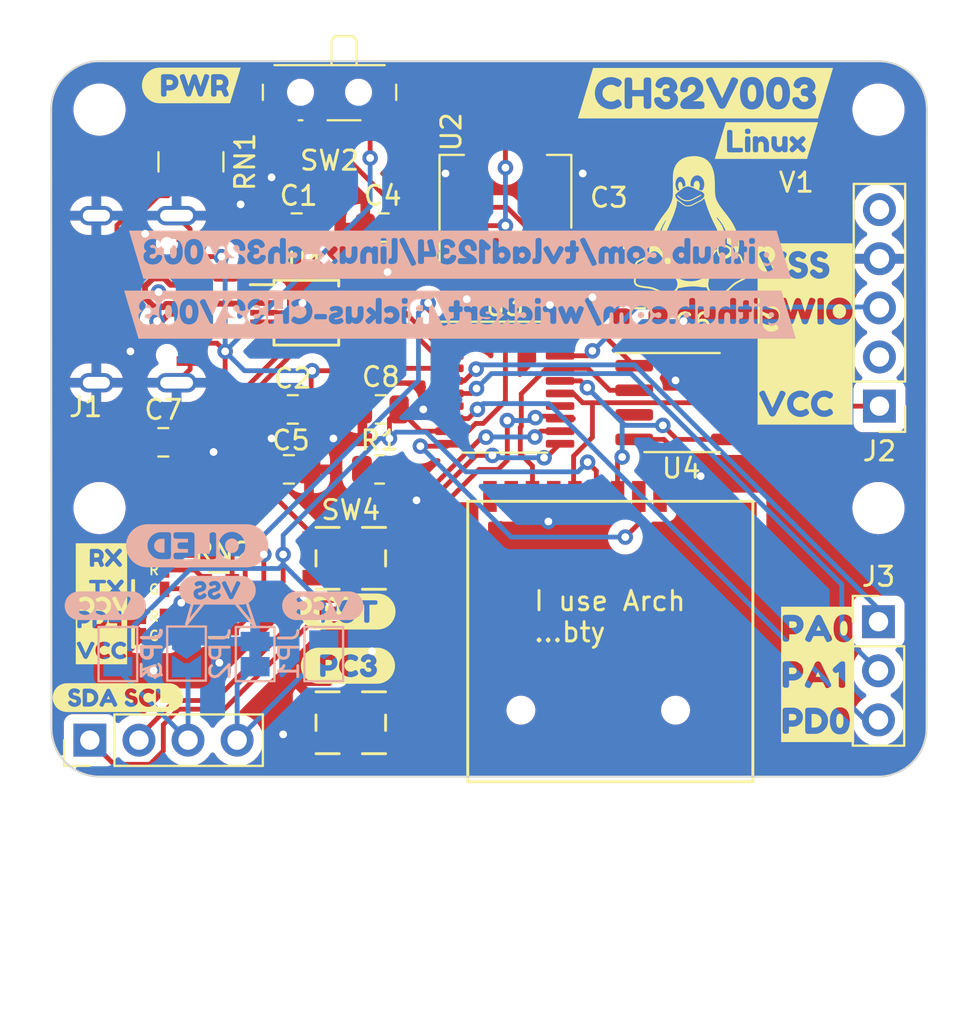
<source format=kicad_pcb>
(kicad_pcb (version 20221018) (generator pcbnew)
  (layers (0 "F.Cu" signal) (31 "B.Cu" signal) (34 "B.Paste" user) (35 "F.Paste" user) (36 "B.SilkS" user "B.Silkscreen") (37 "F.SilkS" user "F.Silkscreen") (38 "B.Mask" user) (39 "F.Mask" user) (44 "Edge.Cuts" user))
  (net 0 "")
  (net 1 "Net-(U1-V3)")
  (net 2 "VSS")
  (net 3 "VUSB")
  (net 4 "Net-(SW2-B)")
  (net 5 "VCC")
  (net 6 "Net-(U3-PD7_NRST_T2CH4)")
  (net 7 "GND")
  (net 8 "Net-(J1-CC1)")
  (net 9 "D+")
  (net 10 "D-")
  (net 12 "Net-(J1-CC2)")
  (net 14 "SD_CS")
  (net 15 "MOSI")
  (net 16 "SCK")
  (net 17 "MISO")
  (net 18 "SWIO")
  (net 19 "SDA")
  (net 20 "SCL")
  (net 21 "Net-(J4-Pin_3)")
  (net 22 "Net-(J4-Pin_4)")
  (net 23 "Net-(SW4-A)")
  (net 28 "PD4")
  (net 29 "TX")
  (net 30 "RX")
  (net 31 "PC3")
  (net 33 "Reset")
  (net 36 "SWCL")
  (net 37 "MULTI2")
  (net 38 "PA1")
  (net 41 "PSRAM_CS")
  (net 44 "Net-(D1-A1)")
  (net 45 "Net-(D1-A2)")
  (net 46 "Net-(D5-A1)")
  (net 47 "Net-(D5-A2)")
  (net 50 "PA2")
  (net 51 "PD0")
  (footprint "UL_Buttons:TS3315A" (layer "F.Cu") (at 193.5 104.7)
    (fp_text reference "SW1" hide)
    (fp_text value "SW_MEC_5E")
  )
  (footprint "Package_TO_SOT_SMD:SOT-223-3_TabPin2" (layer "F.Cu") (at 201.5 77.25 90)
    (fp_text reference "U2")
    (fp_text value "LD1117S12TR_SOT223")
  )
  (footprint "UL_Buttons:TS3315A" (layer "F.Cu") (at 193.5 96.2)
    (fp_text reference "SW4")
    (fp_text value "SW_MEC_5E")
  )
  (footprint "kibuzzard-65DE4157" (layer "F.Cu") (at 181.45 103.4)
    (fp_text reference "kibuzzard-65DE4157" hide)
    (fp_text value "G***" hide)
  )
  (footprint "Capacitor_SMD:C_0805_2012Metric" (layer "F.Cu") (at 183.8 90.2)
    (fp_text reference "C7")
    (fp_text value "100nF")
  )
  (footprint "Resistor_SMD:R_0805_2012Metric" (layer "F.Cu") (at 194.9875 91.6)
    (fp_text reference "R1")
    (fp_text value "10k")
  )
  (footprint "kibuzzard-65DE35DD" (layer "F.Cu") (at 211.85 72.15)
    (fp_text reference "kibuzzard-65DE35DD" hide)
    (fp_text value "G***" hide)
  )
  (footprint "kibuzzard-65DE40B1" (layer "F.Cu") (at 217 84.6)
    (fp_text reference "kibuzzard-65DE40B1" hide)
    (fp_text value "G***" hide)
  )
  (footprint "Capacitor_SMD:C_0805_2012Metric_Pad1.18x1.45mm_HandSolder" (layer "F.Cu") (at 190.3 91.6)
    (fp_text reference "C5")
    (fp_text value "C")
  )
  (footprint "kibuzzard-65DE359B" (layer "F.Cu") (at 180.6 98.55)
    (fp_text reference "kibuzzard-65DE359B" hide)
    (fp_text value "G***" hide)
  )
  (footprint "Connector_PinHeader_2.54mm:PinHeader_1x04_P2.54mm_Vertical" (layer "F.Cu") (at 180 105.6 90)
    (fp_text reference "J4" hide)
    (fp_text value "OledDisplay")
  )
  (footprint "UL_Card:TF Push_ShouHan" (layer "F.Cu") (at 200.1 94.8)
    (fp_text reference "J6" hide)
    (fp_text value "uSD Card")
  )
  (footprint "MountingHole:MountingHole_2.2mm_M2" (layer "F.Cu") (at 180.5 93.6)
    (fp_text reference "H3" hide)
    (fp_text value "MountingHole")
  )
  (footprint "Capacitor_SMD:C_0805_2012Metric" (layer "F.Cu") (at 190.5 88.5 180)
    (fp_text reference "C2")
    (fp_text value "100nF")
  )
  (footprint "MountingHole:MountingHole_2.2mm_M2" (layer "F.Cu") (at 220.8 93.6)
    (fp_text reference "H4" hide)
    (fp_text value "MountingHole")
  )
  (footprint "Package_SO:MSOP-10_3x3mm_P0.5mm" (layer "F.Cu") (at 191.2 83.5)
    (fp_text reference "U1")
    (fp_text value "CH340E")
  )
  (footprint "kibuzzard-65DE356C" (layer "F.Cu") (at 193.35 98.95)
    (fp_text reference "kibuzzard-65DE356C" hide)
    (fp_text value "G***" hide)
  )
  (footprint "UL_LED:F.1615.00003_RedGreen" (layer "F.Cu") (at 183.9125 98.8 180)
    (fp_text reference "D5" hide)
    (fp_text value "LED_Dual_AAKK")
  )
  (footprint "Capacitor_SMD:C_0805_2012Metric" (layer "F.Cu") (at 208.45 84)
    (fp_text reference "C6")
    (fp_text value "10uF")
  )
  (footprint "kibuzzard-65DE350D" (layer "F.Cu") (at 217.65 102.2)
    (fp_text reference "kibuzzard-65DE350D" hide)
    (fp_text value "G***" hide)
  )
  (footprint "Capacitor_SMD:C_0805_2012Metric" (layer "F.Cu") (at 190.7 79.1 180)
    (fp_text reference "C1")
    (fp_text value "100nF")
  )
  (footprint "kibuzzard-65DE3555" (layer "F.Cu") (at 193.35 101.75)
    (fp_text reference "kibuzzard-65DE3555" hide)
    (fp_text value "G***" hide)
  )
  (footprint "kibuzzard-65DE35F2" (layer "F.Cu") (at 215 74.6)
    (fp_text reference "kibuzzard-65DE35F2" hide)
    (fp_text value "G***" hide)
  )
  (footprint "Resistor_SMD:R_Array_Convex_4x0612" (layer "F.Cu") (at 186.6625 98.6 180)
    (fp_text reference "RN2")
    (fp_text value "330")
  )
  (footprint "Connector_PinHeader_2.54mm:PinHeader_1x03_P2.54mm_Vertical" (layer "F.Cu") (at 220.8 99.475)
    (fp_text reference "J3")
    (fp_text value "Conn_01x03")
  )
  (footprint "Package_SO:SOIC-8_3.9x4.9mm_P1.27mm" (layer "F.Cu") (at 210.6375 88.145)
    (fp_text reference "U4")
    (fp_text value "8 megabytes SPI PSRAM")
  )
  (footprint "Capacitor_SMD:C_0805_2012Metric" (layer "F.Cu") (at 195.05 88.5)
    (fp_text reference "C8")
    (fp_text value "100nF")
  )
  (footprint "Connector_PinHeader_2.54mm:PinHeader_1x05_P2.54mm_Vertical" (layer "F.Cu") (at 220.85 88.33 180)
    (fp_text reference "J2")
    (fp_text value "Prog")
  )
  (footprint "Resistor_SMD:R_Array_Convex_4x0612" (layer "F.Cu") (at 185.23 75.7 -90)
    (fp_text reference "RN1")
    (fp_text value "5.1k")
  )
  (footprint "Button_Switch_SMD:SW_SPDT_PCM12" (layer "F.Cu") (at 192.4 72.43 180)
    (fp_text reference "SW2")
    (fp_text value "Power")
  )
  (footprint "Package_SO:TSSOP-20_4.4x6.5mm_P0.65mm" (layer "F.Cu") (at 201.4625 87.35)
    (fp_text reference "U3")
    (fp_text value "CH32V003f4p6")
  )
  (footprint "Capacitor_SMD:C_0805_2012Metric" (layer "F.Cu") (at 206.9 79.9 90)
    (fp_text reference "C3")
    (fp_text value "10uF")
  )
  (footprint "kibuzzard-65DE35BA" (layer "F.Cu") (at 185.25 71.75)
    (fp_text reference "kibuzzard-65DE35BA" hide)
    (fp_text value "G***" hide)
  )
  (footprint "MountingHole:MountingHole_2.2mm_M2" (layer "F.Cu") (at 180.5 73)
    (fp_text reference "H1" hide)
    (fp_text value "MountingHole")
  )
  (footprint "Capacitor_SMD:C_0805_2012Metric" (layer "F.Cu") (at 195.2 79.1 180)
    (fp_text reference "C4")
    (fp_text value "10uF")
  )
  (footprint "BadgePiratesFootprint:USB_C_Receptical-Jing" (layer "F.Cu") (at 184.4875 82.8 -90)
    (fp_text reference "J1")
    (fp_text value "USB_C_Receptacle_USB2.0")
  )
  (footprint "MountingHole:MountingHole_2.2mm_M2" (layer "F.Cu") (at 220.8 73)
    (fp_text reference "H2" hide)
    (fp_text value "MountingHole")
  )
  (footprint "UL_LED:F.1615.00003_RedGreen" (layer "F.Cu") (at 183.6625 97.75 180)
    (fp_text reference "D1" hide)
    (fp_text value "LED_Dual_AAKK")
  )
  (footprint "kibuzzard-65DE45D7" (layer "B.Cu") (at 199.15 83.6 180)
    (fp_text reference "kibuzzard-65DE45D7" hide)
    (fp_text value "G***" hide)
  )
  (footprint "Jumper:SolderJumper-2_P1.3mm_Open_TrianglePad1.0x1.5mm" (layer "B.Cu") (at 192.1 101.15 -90)
    (fp_text reference "JP1")
    (fp_text value "JOpen")
  )
  (footprint "kibuzzard-65DE4187" (layer "B.Cu") (at 186.6 97.85 180)
    (fp_text reference "kibuzzard-65DE4187" hide)
    (fp_text value "G***" hide)
  )
  (footprint "kibuzzard-65DE412A" (layer "B.Cu") (at 185.55 95.55 180)
    (fp_text reference "kibuzzard-65DE412A" hide)
    (fp_text value "G***" hide)
  )
  (footprint "Jumper:SolderJumper-2_P1.3mm_Bridged_Pad1.0x1.5mm" (layer "B.Cu") (at 181.45 101.15 90)
    (fp_text reference "JP4")
    (fp_text value "Jumper_2_Bridged")
  )
  (footprint "kibuzzard-65DE4176" (layer "B.Cu") (at 180.8 98.65 180)
    (fp_text reference "kibuzzard-65DE4176" hide)
    (fp_text value "G***" hide)
  )
  (footprint "Jumper:SolderJumper-2_P1.3mm_Open_TrianglePad1.0x1.5mm" (layer "B.Cu") (at 185 101.125 -90)
    (fp_text reference "JP3")
    (fp_text value "Jumper_2_Open")
  )
  (footprint "Jumper:SolderJumper-2_P1.3mm_Bridged_Pad1.0x1.5mm" (layer "B.Cu") (at 188.55 101.15 -90)
    (fp_text reference "JP2")
    (fp_text value "JClosed")
  )
  (footprint "kibuzzard-65DE41EF" (layer "B.Cu") (at 192.05 98.65 180)
    (fp_text reference "kibuzzard-65DE41EF" hide)
    (fp_text value "G***" hide)
  )
  (footprint "kibuzzard-65DE4638" (layer "B.Cu") (at 199.15 80.5 180)
    (fp_text reference "kibuzzard-65DE4638" hide)
    (fp_text value "G***" hide)
  )
  (gr_line (start 185.9 98.5) (end 185 99.6) (stroke (width 0.15)) (layer "B.SilkS"))
  (gr_line (start 185.3 98.55) (end 185 99.6) (stroke (width 0.15)) (layer "B.SilkS"))
  (gr_line (start 188.55 99.75) (end 188.15 98.55) (stroke (width 0.15)) (layer "B.SilkS"))
  (gr_line (start 187.6 98.6) (end 188.55 99.75) (stroke (width 0.15)) (layer "B.SilkS"))
  (gr_poly (pts (xy 211.639902 77.400583) (xy 211.642678 77.401878) (xy 211.644942 77.403578) (xy 211.6467 77.405682) (xy 211.647952 77.40819) (xy 211.648701 77.4111) (xy 211.64895 77.414411) (xy 211.648422 77.416084) (xy 211.646855 77.418263) (xy 211.640701 77.424077) (xy 211.630687 77.43174) (xy 211.617011 77.44114) (xy 211.599872 77.452162) (xy 211.579468 77.464693) (xy 211.529659 77.493829) (xy 211.469172 77.527642) (xy 211.399595 77.565224) (xy 211.322515 77.605669) (xy 211.239519 77.648069) (xy 211.205058 77.664891) (xy 211.171692 77.680007) (xy 211.139319 77.693432) (xy 211.107835 77.705182) (xy 211.077138 77.715274) (xy 211.047125 77.723723) (xy 211.017693 77.730544) (xy 210.988739 77.735755) (xy 210.960159 77.739372) (xy 210.931852 77.741409) (xy 210.903714 77.741884) (xy 210.875642 77.740811) (xy 210.847533 77.738208) (xy 210.819284 77.73409) (xy 210.790793 77.728472) (xy 210.761957 77.721372) (xy 210.761942 77.721433) (xy 210.74349 77.716059) (xy 210.724955 77.709873) (xy 210.706331 77.702871) (xy 210.687613 77.69505) (xy 210.668794 77.686406) (xy 210.64987 77.676935) (xy 210.630833 77.666635) (xy 210.61168 77.6555) (xy 210.592403 77.643528) (xy 210.572997 77.630714) (xy 210.553457 77.617056) (xy 210.533777 77.602549) (xy 210.51395 77.58719) (xy 210.493972 77.570975) (xy 210.473837 77.5539) (xy 210.453539 77.535963) (xy 210.443263 77.526562) (xy 210.433633 77.517457) (xy 210.424655 77.508661) (xy 210.41634 77.500185) (xy 210.408697 77.492042) (xy 210.401734 77.484244) (xy 210.395462 77.476803) (xy 210.389887 77.469732) (xy 210.385021 77.463043) (xy 210.380872 77.456748) (xy 210.377448 77.450859) (xy 210.37476 77.44539) (xy 210.372816 77.440351) (xy 210.371624 77.435756) (xy 210.371195 77.431617) (xy 210.37127 77.429722) (xy 210.371538 77.427946) (xy 210.372065 77.425919) (xy 210.372715 77.424118) (xy 210.373496 77.422547) (xy 210.373939 77.421849) (xy 210.374417 77.42121) (xy 210.374933 77.420631) (xy 210.375487 77.420112) (xy 210.37608 77.419654) (xy 210.376714 77.419258) (xy 210.377389 77.418924) (xy 210.378106 77.418653) (xy 210.378867 77.418445) (xy 210.379673 77.418301) (xy 210.380524 77.418221) (xy 210.381422 77.418207) (xy 210.382368 77.418259) (xy 210.383363 77.418376) (xy 210.385503 77.418813) (xy 210.387852 77.419522) (xy 210.390418 77.420508) (xy 210.393209 77.421775) (xy 210.396234 77.423329) (xy 210.399501 77.425174) (xy 210.40302 77.427315) (xy 210.406798 77.429757) (xy 210.410845 77.432504) (xy 210.415168 77.435561) (xy 210.419777 77.438933) (xy 210.424679 77.442624) (xy 210.429884 77.44664) (xy 210.4354 77.450985) (xy 210.447399 77.46068) (xy 210.460744 77.471747) (xy 210.475504 77.484225) (xy 210.491747 77.498151) (xy 210.520296 77.522354) (xy 210.547915 77.544662) (xy 210.574706 77.565123) (xy 210.600771 77.583786) (xy 210.626214 77.600696) (xy 210.651136 77.615902) (xy 210.675641 77.629452) (xy 210.699832 77.641393) (xy 210.72381 77.651773) (xy 210.747679 77.660638) (xy 210.771542 77.668038) (xy 210.7955 77.674018) (xy 210.819658 77.678628) (xy 210.844117 77.681914) (xy 210.86898 77.683924) (xy 210.89435 77.684705) (xy 210.920468 77.684436) (xy 210.945955 77.683189) (xy 210.971069 77.680875) (xy 210.996065 77.677401) (xy 211.021199 77.672677) (xy 211.04673 77.666612) (xy 211.072913 77.659116) (xy 211.100004 77.650096) (xy 211.12826 77.639463) (xy 211.157938 77.627125) (xy 211.189295 77.612992) (xy 211.222586 77.596971) (xy 211.258068 77.578973) (xy 211.295998 77.558907) (xy 211.336632 77.536681) (xy 211.380228 77.512205) (xy 211.444547 77.476505) (xy 211.499759 77.447632) (xy 211.524001 77.435737) (xy 211.546028 77.425526) (xy 211.56586 77.416992) (xy 211.583517 77.410127) (xy 211.59902 77.404924) (xy 211.61239 77.401376) (xy 211.623646 77.399475) (xy 211.63281 77.399213)) (fill solid) (layer "F.SilkS"))
  (gr_poly (pts (xy 211.343196 75.403662) (xy 211.369989 75.405485) (xy 211.455007 75.415417) (xy 211.535718 75.429881) (xy 211.612195 75.448936) (xy 211.684512 75.472645) (xy 211.752742 75.501066) (xy 211.785347 75.517064) (xy 211.816957 75.534263) (xy 211.847583 75.55267) (xy 211.877231 75.572294) (xy 211.905913 75.593143) (xy 211.933637 75.615223) (xy 211.960412 75.638542) (xy 211.986248 75.663108) (xy 212.011153 75.688929) (xy 212.035136 75.716011) (xy 212.058208 75.744364) (xy 212.080376 75.773994) (xy 212.12204 75.837117) (xy 212.1602 75.90544) (xy 212.194931 75.979025) (xy 212.226306 76.057933) (xy 212.254396 76.142225) (xy 212.264512 76.177604) (xy 212.273973 76.215124) (xy 212.282779 76.254792) (xy 212.290933 76.296618) (xy 212.298433 76.340608) (xy 212.305283 76.386772) (xy 212.317033 76.485654) (xy 212.326191 76.593332) (xy 212.332766 76.70987) (xy 212.336765 76.835338) (xy 212.338197 76.969801) (xy 212.339061 77.105895) (xy 212.341671 77.219997) (xy 212.346487 77.315965) (xy 212.353966 77.397661) (xy 212.358848 77.434362) (xy 212.364568 77.468944) (xy 212.371183 77.501886) (xy 212.378751 77.533674) (xy 212.387329 77.564788) (xy 212.396974 77.595712) (xy 212.419695 77.658918) (xy 212.431811 77.689035) (xy 212.44499 77.719208) (xy 212.459407 77.749704) (xy 212.475237 77.78079) (xy 212.492657 77.812734) (xy 212.511842 77.845801) (xy 212.532968 77.880259) (xy 212.556211 77.916376) (xy 212.581747 77.954417) (xy 212.609751 77.994651) (xy 212.6404 78.037344) (xy 212.673869 78.082763) (xy 212.749971 78.182847) (xy 212.839464 78.297041) (xy 212.927832 78.410566) (xy 213.016681 78.528181) (xy 213.095675 78.635999) (xy 213.128245 78.681895) (xy 213.154474 78.720136) (xy 213.191943 78.777578) (xy 213.228177 78.835976) (xy 213.263111 78.895183) (xy 213.296681 78.955053) (xy 213.328823 79.015438) (xy 213.359473 79.076191) (xy 213.388565 79.137164) (xy 213.416037 79.198211) (xy 213.441824 79.259185) (xy 213.465862 79.319938) (xy 213.488086 79.380323) (xy 213.508432 79.440193) (xy 213.526837 79.499402) (xy 213.543235 79.557801) (xy 213.557563 79.615244) (xy 213.569757 79.671583) (xy 213.576306 79.710213) (xy 213.581467 79.752787) (xy 213.585276 79.79866) (xy 213.58777 79.847187) (xy 213.588984 79.897722) (xy 213.588957 79.949623) (xy 213.585319 80.054937) (xy 213.581782 80.107061) (xy 213.577149 80.157971) (xy 213.571456 80.207021) (xy 213.564738 80.253566) (xy 213.557033 80.296962) (xy 213.548378 80.336565) (xy 213.538808 80.371728) (xy 213.52836 80.401807) (xy 213.527771 80.403404) (xy 213.527317 80.405008) (xy 213.526999 80.40662) (xy 213.526817 80.408239) (xy 213.526772 80.409868) (xy 213.526865 80.411505) (xy 213.527095 80.413153) (xy 213.527463 80.414811) (xy 213.527971 80.41648) (xy 213.528617 80.41816) (xy 213.529403 80.419853) (xy 213.530329 80.421558) (xy 213.531396 80.423277) (xy 213.532605 80.425009) (xy 213.533955 80.426756) (xy 213.535447 80.428518) (xy 213.537082 80.430295) (xy 213.538859 80.432089) (xy 213.540781 80.433899) (xy 213.542847 80.435727) (xy 213.545057 80.437572) (xy 213.547413 80.439436) (xy 213.549914 80.441318) (xy 213.552561 80.443221) (xy 213.558296 80.447086) (xy 213.564621 80.451037) (xy 213.57154 80.455077) (xy 213.579057 80.459211) (xy 213.594061 80.467919) (xy 213.608545 80.477619) (xy 213.622509 80.488307) (xy 213.635949 80.49998) (xy 213.648862 80.512632) (xy 213.661247 80.526262) (xy 213.673101 80.540863) (xy 213.684421 80.556434) (xy 213.695206 80.57297) (xy 213.705452 80.590467) (xy 213.715157 80.608922) (xy 213.724319 80.62833) (xy 213.732936 80.648687) (xy 213.741004 80.669991) (xy 213.748522 80.692237) (xy 213.755487 80.715421) (xy 213.81579 80.92819) (xy 213.820072 80.94264) (xy 213.824611 80.956699) (xy 213.829435 80.97042) (xy 213.834572 80.983853) (xy 213.840048 80.99705) (xy 213.845891 81.010064) (xy 213.852129 81.022945) (xy 213.85879 81.035745) (xy 213.865901 81.048517) (xy 213.873489 81.061311) (xy 213.881582 81.074179) (xy 213.890208 81.087174) (xy 213.899394 81.100346) (xy 213.909168 81.113748) (xy 213.919557 81.127431) (xy 213.930589 81.141447) (xy 213.951909 81.168536) (xy 213.971539 81.194455) (xy 213.989521 81.219294) (xy 214.005899 81.243145) (xy 214.020717 81.266102) (xy 214.034018 81.288255) (xy 214.045846 81.309697) (xy 214.056244 81.33052) (xy 214.065256 81.350816) (xy 214.072926 81.370678) (xy 214.079295 81.390196) (xy 214.08441 81.409464) (xy 214.088312 81.428573) (xy 214.091045 81.447615) (xy 214.092653 81.466683) (xy 214.093179 81.485868) (xy 214.092973 81.50022) (xy 214.09233 81.514076) (xy 214.091212 81.527473) (xy 214.089581 81.540447) (xy 214.0874 81.553033) (xy 214.084632 81.565269) (xy 214.081238 81.577189) (xy 214.077181 81.588829) (xy 214.072423 81.600227) (xy 214.066928 81.611417) (xy 214.060656 81.622436) (xy 214.053571 81.633319) (xy 214.045634 81.644103) (xy 214.036809 81.654824) (xy 214.027057 81.665517) (xy 214.016342 81.67622) (xy 214.004624 81.686966) (xy 213.991868 81.697794) (xy 213.978034 81.708738) (xy 213.963086 81.719835) (xy 213.946986 81.73112) (xy 213.929696 81.74263) (xy 213.891396 81.766468) (xy 213.847885 81.791636) (xy 213.798862 81.818423) (xy 213.744026 81.847116) (xy 213.683076 81.878004) (xy 213.59135 81.924538) (xy 213.515783 81.964909) (xy 213.482608 81.983813) (xy 213.451733 82.002412) (xy 213.422576 82.021118) (xy 213.394557 82.040342) (xy 213.367095 82.060497) (xy 213.339611 82.081994) (xy 213.311523 82.105246) (xy 213.282253 82.130663) (xy 213.217838 82.189645) (xy 213.141725 82.262235) (xy 213.102725 82.299245) (xy 213.065248 82.333578) (xy 213.029124 82.365339) (xy 212.994182 82.394633) (xy 212.960249 82.421566) (xy 212.927155 82.446243) (xy 212.894727 82.468769) (xy 212.862795 82.48925) (xy 212.831188 82.50779) (xy 212.799733 82.524495) (xy 212.768259 82.539471) (xy 212.736595 82.552821) (xy 212.704569 82.564653) (xy 212.67201 82.575071) (xy 212.638747 82.584179) (xy 212.604608 82.592084) (xy 212.562433 82.600636) (xy 212.543769 82.604051) (xy 212.526434 82.606901) (xy 212.510212 82.609191) (xy 212.494889 82.610926) (xy 212.480249 82.612113) (xy 212.466077 82.612758) (xy 212.452159 82.612866) (xy 212.438279 82.612444) (xy 212.424222 82.611496) (xy 212.409772 82.61003) (xy 212.394716 82.60805) (xy 212.378837 82.605562) (xy 212.343752 82.599088) (xy 212.343729 82.598905) (xy 212.312251 82.591401) (xy 212.280695 82.581399) (xy 212.249244 82.569051) (xy 212.218083 82.554507) (xy 212.187393 82.537916) (xy 212.15736 82.519429) (xy 212.128167 82.499198) (xy 212.099998 82.477371) (xy 212.073036 82.454099) (xy 212.047466 82.429534) (xy 212.023471 82.403824) (xy 212.001234 82.377121) (xy 211.98094 82.349574) (xy 211.962772 82.321335) (xy 211.946914 82.292553) (xy 211.933549 82.26338) (xy 211.903146 82.189573) (xy 211.801187 82.189512) (xy 211.776921 82.18895) (xy 211.746983 82.187361) (xy 211.712549 82.184856) (xy 211.674795 82.181549) (xy 211.634898 82.177549) (xy 211.594035 82.17297) (xy 211.553382 82.167923) (xy 211.514116 82.162519) (xy 211.418536 82.15043) (xy 211.371614 82.145958) (xy 211.325 82.142542) (xy 211.278494 82.140188) (xy 211.231891 82.138902) (xy 211.184989 82.138691) (xy 211.137585 82.13956) (xy 211.089478 82.141516) (xy 211.040464 82.144563) (xy 210.990342 82.148709) (xy 210.938908 82.15396) (xy 210.831295 82.167797) (xy 210.716005 82.186124) (xy 210.447496 82.232328) (xy 210.403894 82.296629) (xy 210.393821 82.310947) (xy 210.383373 82.324789) (xy 210.372548 82.338157) (xy 210.361344 82.351049) (xy 210.349759 82.363469) (xy 210.337791 82.375416) (xy 210.325437 82.386891) (xy 210.312696 82.397896) (xy 210.299564 82.408432) (xy 210.286042 82.418498) (xy 210.272125 82.428097) (xy 210.257812 82.437229) (xy 210.243101 82.445895) (xy 210.227989 82.454096) (xy 210.212476 82.461833) (xy 210.196558 82.469106) (xy 210.180233 82.475918) (xy 210.163499 82.482268) (xy 210.146355 82.488158) (xy 210.128797 82.493588) (xy 210.092435 82.503074) (xy 210.054396 82.510733) (xy 210.014662 82.516573) (xy 209.973217 82.520601) (xy 209.930044 82.522825) (xy 209.885126 82.523252) (xy 209.851537 82.522409) (xy 209.818258 82.520612) (xy 209.785177 82.517829) (xy 209.752181 82.514034) (xy 209.71916 82.509195) (xy 209.686001 82.503284) (xy 209.652593 82.496271) (xy 209.618826 82.488128) (xy 209.584586 82.478825) (xy 209.549762 82.468333) (xy 209.514243 82.456622) (xy 209.477917 82.443663) (xy 209.440673 82.429428) (xy 209.402398 82.413886) (xy 209.362982 82.397009) (xy 209.322313 82.378767) (xy 209.253319 82.348085) (xy 209.22146 82.334769) (xy 209.190808 82.322656) (xy 209.160952 82.311638) (xy 209.131481 82.301604) (xy 209.101981 82.292446) (xy 209.07204 82.284053) (xy 209.041247 82.276317) (xy 209.009189 82.269128) (xy 208.975453 82.262377) (xy 208.939628 82.255954) (xy 208.860061 82.243653) (xy 208.767191 82.231351) (xy 208.631505 82.213016) (xy 208.572565 82.203841) (xy 208.519111 82.194503) (xy 208.470808 82.184886) (xy 208.427318 82.174869) (xy 208.388305 82.164337) (xy 208.353431 82.153169) (xy 208.322362 82.141249) (xy 208.294759 82.128458) (xy 208.270287 82.114677) (xy 208.248608 82.09979) (xy 208.229387 82.083678) (xy 208.212286 82.066222) (xy 208.196969 82.047304) (xy 208.183099 82.026807) (xy 208.17443 82.011105) (xy 208.166945 81.993826) (xy 208.160644 81.975046) (xy 208.155527 81.954842) (xy 208.151592 81.93329) (xy 208.148839 81.910465) (xy 208.147266 81.886443) (xy 208.147024 81.870956) (xy 208.239926 81.870956) (xy 208.240764 81.891526) (xy 208.243007 81.910874) (xy 208.246704 81.929053) (xy 208.251909 81.946114) (xy 208.258672 81.962109) (xy 208.267047 81.977091) (xy 208.277084 81.991112) (xy 208.288835 82.004222) (xy 208.302353 82.016476) (xy 208.317689 82.027923) (xy 208.334895 82.038617) (xy 208.354023 82.048609) (xy 208.375124 82.057951) (xy 208.398251 82.066696) (xy 208.423456 82.074895) (xy 208.450789 82.0826) (xy 208.480304 82.089863) (xy 208.512051 82.096737) (xy 208.582452 82.109522) (xy 208.662406 82.121373) (xy 208.752328 82.132703) (xy 208.849848 82.145011) (xy 208.934861 82.157782) (xy 209.010405 82.171798) (xy 209.045575 82.179518) (xy 209.079517 82.187843) (xy 209.11261 82.19687) (xy 209.145233 82.206698) (xy 209.177767 82.217423) (xy 209.210591 82.229145) (xy 209.278628 82.255967) (xy 209.35238 82.287946) (xy 209.405189 82.311125) (xy 209.454227 82.331417) (xy 209.501306 82.349422) (xy 209.548236 82.365737) (xy 209.596828 82.380964) (xy 209.648894 82.3957) (xy 209.706245 82.410546) (xy 209.770692 82.426099) (xy 209.787295 82.429161) (xy 209.806725 82.431286) (xy 209.828584 82.432515) (xy 209.852472 82.432893) (xy 209.877992 82.43246) (xy 209.904745 82.43126) (xy 209.932332 82.429334) (xy 209.960353 82.426727) (xy 209.988412 82.423479) (xy 210.016109 82.419634) (xy 210.043044 82.415234) (xy 210.068821 82.410322) (xy 210.09304 82.404939) (xy 210.115301 82.399129) (xy 210.135208 82.392934) (xy 210.152361 82.386396) (xy 210.1523 82.386381) (xy 210.17304 82.376805) (xy 210.192988 82.366276) (xy 210.212124 82.354814) (xy 210.230431 82.342439) (xy 210.247891 82.329172) (xy 210.264484 82.315034) (xy 210.280194 82.300045) (xy 210.295003 82.284225) (xy 210.308891 82.267595) (xy 210.321841 82.250175) (xy 210.333835 82.231986) (xy 210.344855 82.213048) (xy 210.354883 82.193381) (xy 210.3639 82.173007) (xy 210.371889 82.151945) (xy 210.378831 82.130216) (xy 210.387258 82.097075) (xy 210.393056 82.064304) (xy 210.394944 82.047984) (xy 210.395019 82.046964) (xy 211.993593 82.046964) (xy 211.994992 82.085032) (xy 211.999034 82.122197) (xy 212.005646 82.158348) (xy 212.014751 82.193375) (xy 212.026277 82.227171) (xy 212.040149 82.259623) (xy 212.056293 82.290624) (xy 212.074633 82.320064) (xy 212.095097 82.347833) (xy 212.117609 82.373821) (xy 212.142096 82.397919) (xy 212.168483 82.420017) (xy 212.196695 82.440005) (xy 212.226659 82.457775) (xy 212.2583 82.473216) (xy 212.291544 82.486219) (xy 212.31145 82.492777) (xy 212.330887 82.498503) (xy 212.349953 82.503398) (xy 212.368742 82.507464) (xy 212.387353 82.510702) (xy 212.405882 82.513115) (xy 212.424425 82.514703) (xy 212.443079 82.51547) (xy 212.46194 82.515416) (xy 212.481107 82.514544) (xy 212.500674 82.512855) (xy 212.520739 82.51035) (xy 212.541399 82.507032) (xy 212.56275 82.502903) (xy 212.584889 82.497963) (xy 212.607912 82.492216) (xy 212.607896 82.492414) (xy 212.638795 82.483839) (xy 212.668654 82.474416) (xy 212.697673 82.464017) (xy 212.726052 82.452512) (xy 212.75399 82.439771) (xy 212.781688 82.425668) (xy 212.809346 82.410071) (xy 212.837163 82.392852) (xy 212.865339 82.373883) (xy 212.894074 82.353034) (xy 212.923569 82.330176) (xy 212.954023 82.305181) (xy 212.985635 82.277919) (xy 213.018607 82.248261) (xy 213.053137 82.216078) (xy 213.089426 82.181242) (xy 213.164717 82.108682) (xy 213.197395 82.078003) (xy 213.227676 82.050416) (xy 213.256247 82.02544) (xy 213.283795 82.002593) (xy 213.311005 81.981393) (xy 213.338564 81.961361) (xy 213.367158 81.942013) (xy 213.397474 81.922868) (xy 213.430198 81.903446) (xy 213.466016 81.883265) (xy 213.505616 81.861844) (xy 213.549682 81.8387) (xy 213.653963 81.785322) (xy 213.738829 81.741245) (xy 213.809877 81.701968) (xy 213.840549 81.683884) (xy 213.86816 81.666704) (xy 213.892844 81.650332) (xy 213.91473 81.634668) (xy 213.93395 81.619615) (xy 213.950637 81.605073) (xy 213.96492 81.590946) (xy 213.976933 81.577135) (xy 213.986806 81.563542) (xy 213.99467 81.550067) (xy 214.000657 81.536614) (xy 214.0049 81.523084) (xy 214.006084 81.517468) (xy 214.006904 81.511537) (xy 214.007362 81.505302) (xy 214.007463 81.498773) (xy 214.006611 81.48487) (xy 214.004381 81.469909) (xy 214.000808 81.453967) (xy 213.995925 81.437124) (xy 213.989766 81.41946) (xy 213.982365 81.401052) (xy 213.973756 81.381981) (xy 213.963973 81.362325) (xy 213.953049 81.342163) (xy 213.941019 81.321575) (xy 213.927916 81.30064) (xy 213.913774 81.279436) (xy 213.898627 81.258043) (xy 213.882509 81.236539) (xy 213.842 81.18327) (xy 213.824946 81.160011) (xy 213.809751 81.138439) (xy 213.796207 81.11813) (xy 213.784107 81.098661) (xy 213.773246 81.079609) (xy 213.763416 81.06055) (xy 213.75441 81.041063) (xy 213.746022 81.020722) (xy 213.738046 80.999107) (xy 213.730273 80.975792) (xy 213.722498 80.950356) (xy 213.714514 80.922374) (xy 213.697092 80.857084) (xy 213.686896 80.819426) (xy 213.676032 80.782107) (xy 213.664836 80.746099) (xy 213.653642 80.712377) (xy 213.642786 80.681914) (xy 213.632603 80.655682) (xy 213.623427 80.634656) (xy 213.619322 80.6264) (xy 213.615594 80.61981) (xy 213.610917 80.61255) (xy 213.605997 80.605509) (xy 213.600837 80.598688) (xy 213.595438 80.592086) (xy 213.589803 80.585706) (xy 213.583932 80.579547) (xy 213.577827 80.57361) (xy 213.571491 80.567897) (xy 213.564924 80.562408) (xy 213.558128 80.557144) (xy 213.551106 80.552105) (xy 213.543858 80.547293) (xy 213.536386 80.542707) (xy 213.528693 80.53835) (xy 213.520779 80.534222) (xy 213.512646 80.530323) (xy 213.504297 80.526654) (xy 213.495732 80.523216) (xy 213.486953 80.52001) (xy 213.477963 80.517037) (xy 213.468762 80.514297) (xy 213.459352 80.511791) (xy 213.439913 80.507485) (xy 213.419659 80.504125) (xy 213.398604 80.501718) (xy 213.376761 80.500268) (xy 213.354143 80.499784) (xy 213.323138 80.500103) (xy 213.309873 80.500598) (xy 213.297858 80.5014) (xy 213.286912 80.502574) (xy 213.276855 80.504183) (xy 213.267505 80.506291) (xy 213.258682 80.50896) (xy 213.250204 80.512256) (xy 213.241891 80.51624) (xy 213.233562 80.520977) (xy 213.225036 80.526531) (xy 213.216132 80.532964) (xy 213.206669 80.540341) (xy 213.196466 80.548725) (xy 213.185342 80.558179) (xy 213.165244 80.574647) (xy 213.144041 80.590628) (xy 213.121879 80.606057) (xy 213.098907 80.620868) (xy 213.075268 80.634995) (xy 213.051111 80.64837) (xy 213.026581 80.660929) (xy 213.001825 80.672605) (xy 212.976988 80.683332) (xy 212.952218 80.693043) (xy 212.92766 80.701673) (xy 212.903462 80.709156) (xy 212.879768 80.715424) (xy 212.856725 80.720413) (xy 212.834481 80.724055) (xy 212.813181 80.726286) (xy 212.799203 80.727264) (xy 212.786224 80.727938) (xy 212.77414 80.72829) (xy 212.762843 80.7283) (xy 212.752229 80.727951) (xy 212.742192 80.727223) (xy 212.732626 80.726099) (xy 212.723426 80.724559) (xy 212.714487 80.722586) (xy 212.705701 80.720161) (xy 212.696965 80.717266) (xy 212.688172 80.713881) (xy 212.679217 80.709988) (xy 212.669995 80.70557) (xy 212.660399 80.700607) (xy 212.650323 80.695081) (xy 212.642203 80.69032) (xy 212.634175 80.68521) (xy 212.626246 80.679763) (xy 212.618423 80.673985) (xy 212.603114 80.661478) (xy 212.588296 80.647761) (xy 212.574015 80.632907) (xy 212.56032 80.616987) (xy 212.547258 80.600074) (xy 212.534875 80.582241) (xy 212.523219 80.563559) (xy 212.512337 80.5441) (xy 212.502276 80.523938) (xy 212.493085 80.503145) (xy 212.484809 80.481791) (xy 212.477497 80.459951) (xy 212.471195 80.437696) (xy 212.465952 80.415098) (xy 212.461748 80.39585) (xy 212.457399 80.377895) (xy 212.45303 80.361627) (xy 212.448764 80.347436) (xy 212.444729 80.335717) (xy 212.442836 80.330906) (xy 212.441048 80.32686) (xy 212.439379 80.323627) (xy 212.437847 80.321258) (xy 212.436465 80.3198) (xy 212.435836 80.319428) (xy 212.435251 80.319303) (xy 212.432252 80.31953) (xy 212.429023 80.3202) (xy 212.425577 80.321299) (xy 212.421928 80.32281) (xy 212.41809 80.324719) (xy 212.414079 80.32701) (xy 212.409907 80.329667) (xy 212.405589 80.332677) (xy 212.396572 80.33969) (xy 212.387141 80.347925) (xy 212.37741 80.357261) (xy 212.367492 80.367574) (xy 212.357501 80.378743) (xy 212.347549 80.390645) (xy 212.337751 80.403158) (xy 212.32822 80.416159) (xy 212.319069 80.429525) (xy 212.310411 80.443135) (xy 212.30236 80.456865) (xy 212.29503 80.470594) (xy 212.284862 80.491685) (xy 212.275335 80.513672) (xy 212.266415 80.536729) (xy 212.258069 80.56103) (xy 212.250262 80.586752) (xy 212.242961 80.614069) (xy 212.236131 80.643157) (xy 212.22974 80.67419) (xy 212.223752 80.707344) (xy 212.218134 80.742793) (xy 212.212853 80.780713) (xy 212.207873 80.821279) (xy 212.203163 80.864666) (xy 212.198686 80.911048) (xy 212.190302 81.013502) (xy 212.185578 81.070957) (xy 212.179998 81.126871) (xy 212.173622 81.180837) (xy 212.166515 81.232448) (xy 212.158737 81.281298) (xy 212.150352 81.326979) (xy 212.14142 81.369085) (xy 212.132005 81.407209) (xy 212.055887 81.694389) (xy 212.03143 81.791268) (xy 212.014322 81.864954) (xy 212.003274 81.921406) (xy 211.996996 81.966585) (xy 211.994199 82.006451) (xy 211.993593 82.046964) (xy 210.395019 82.046964) (xy 210.396144 82.03167) (xy 210.396645 82.015334) (xy 210.396437 81.998945) (xy 210.395509 81.982475) (xy 210.393853 81.965896) (xy 210.391456 81.949178) (xy 210.388309 81.932293) (xy 210.384401 81.915211) (xy 210.379722 81.897905) (xy 210.374261 81.880344) (xy 210.368009 81.862501) (xy 210.353088 81.82585) (xy 210.334875 81.787722) (xy 210.313288 81.747885) (xy 210.288244 81.70611) (xy 210.259659 81.662164) (xy 210.227451 81.615817) (xy 210.191537 81.566838) (xy 210.151834 81.514997) (xy 210.067703 81.406923) (xy 210.000334 81.318757) (xy 209.946185 81.245158) (xy 209.901714 81.180786) (xy 209.882001 81.150391) (xy 209.863379 81.120299) (xy 209.827639 81.058358) (xy 209.790951 80.989622) (xy 209.749773 80.90875) (xy 209.715575 80.842021) (xy 209.68241 80.78001) (xy 209.650169 80.722587) (xy 209.618742 80.669621) (xy 209.588019 80.620982) (xy 209.55789 80.576541) (xy 209.528247 80.536167) (xy 209.498978 80.499731) (xy 209.469975 80.467102) (xy 209.441127 80.43815) (xy 209.412325 80.412745) (xy 209.383459 80.390758) (xy 209.354419 80.372057) (xy 209.325096 80.356514) (xy 209.29538 80.343998) (xy 209.265161 80.334379) (xy 209.23966 80.328382) (xy 209.227348 80.326185) (xy 209.215291 80.324543) (xy 209.203465 80.323471) (xy 209.191842 80.322986) (xy 209.180397 80.323103) (xy 209.169102 80.323839) (xy 209.157931 80.325209) (xy 209.146859 80.327228) (xy 209.135858 80.329914) (xy 209.124901 80.333281) (xy 209.113964 80.337345) (xy 209.103019 80.342123) (xy 209.092039 80.34763) (xy 209.080999 80.353881) (xy 209.069872 80.360894) (xy 209.058631 80.368683) (xy 209.04725 80.377264) (xy 209.035703 80.386653) (xy 209.023963 80.396867) (xy 209.012004 80.40792) (xy 208.987323 80.43261) (xy 208.961448 80.460849) (xy 208.934167 80.492764) (xy 208.905269 80.528481) (xy 208.874544 80.568128) (xy 208.856197 80.591719) (xy 208.838251 80.613705) (xy 208.820607 80.634161) (xy 208.803164 80.653162) (xy 208.785822 80.670785) (xy 208.768481 80.687105) (xy 208.751042 80.702197) (xy 208.733403 80.716137) (xy 208.715465 80.729) (xy 208.697128 80.740862) (xy 208.678292 80.751798) (xy 208.658857 80.761884) (xy 208.638722 80.771196) (xy 208.617788 80.779809) (xy 208.595955 80.787799) (xy 208.573122 80.79524) (xy 208.552482 80.801977) (xy 208.53195 80.809429) (xy 208.511639 80.817525) (xy 208.491664 80.826196) (xy 208.47214 80.835371) (xy 208.45318 80.844982) (xy 208.4349 80.854957) (xy 208.417413 80.865228) (xy 208.400835 80.875725) (xy 208.385279 80.886378) (xy 208.370859 80.897116) (xy 208.357691 80.907871) (xy 208.345888 80.918573) (xy 208.335566 80.929151) (xy 208.326838 80.939536) (xy 208.319818 80.949659) (xy 208.311087 80.96466) (xy 208.303374 80.979716) (xy 208.296664 80.995024) (xy 208.290944 81.010778) (xy 208.286199 81.027173) (xy 208.282416 81.044403) (xy 208.27958 81.062664) (xy 208.277679 81.082151) (xy 208.276698 81.103058) (xy 208.276622 81.125581) (xy 208.277439 81.149914) (xy 208.279134 81.176252) (xy 208.281694 81.20479) (xy 208.285104 81.235724) (xy 208.289351 81.269247) (xy 208.29442 81.305555) (xy 208.321718 81.49397) (xy 208.277521 81.656187) (xy 208.261464 81.718975) (xy 208.249569 81.775423) (xy 208.245312 81.801398) (xy 208.242251 81.825944) (xy 208.240439 81.849113) (xy 208.239926 81.870956) (xy 208.147024 81.870956) (xy 208.146873 81.861301) (xy 208.147659 81.835114) (xy 208.149623 81.80796) (xy 208.152764 81.779912) (xy 208.157082 81.751048) (xy 208.162575 81.721444) (xy 208.169242 81.691176) (xy 208.177084 81.660319) (xy 208.186098 81.62895) (xy 208.198565 81.587315) (xy 208.203517 81.569611) (xy 208.207641 81.553375) (xy 208.210956 81.538152) (xy 208.213481 81.523485) (xy 208.215235 81.508918) (xy 208.216237 81.493997) (xy 208.216506 81.478265) (xy 208.216063 81.461267) (xy 208.214925 81.442546) (xy 208.213112 81.421647) (xy 208.210643 81.398115) (xy 208.207538 81.371493) (xy 208.199495 81.307157) (xy 208.192051 81.241655) (xy 208.187253 81.181752) (xy 208.185298 81.127071) (xy 208.186387 81.077237) (xy 208.190716 81.031873) (xy 208.194159 81.01075) (xy 208.198486 80.990603) (xy 208.203722 80.971386) (xy 208.209894 80.953051) (xy 208.217024 80.935551) (xy 208.225138 80.91884) (xy 208.234262 80.90287) (xy 208.244419 80.887594) (xy 208.255634 80.872965) (xy 208.267933 80.858937) (xy 208.28134 80.845462) (xy 208.29588 80.832492) (xy 208.311578 80.819982) (xy 208.328459 80.807884) (xy 208.365867 80.784736) (xy 208.408304 80.762672) (xy 208.455968 80.741315) (xy 208.509058 80.720289) (xy 208.562591 80.699417) (xy 208.586056 80.689567) (xy 208.607562 80.679945) (xy 208.62729 80.670426) (xy 208.645421 80.66089) (xy 208.662136 80.651212) (xy 208.677616 80.641271) (xy 208.692041 80.630944) (xy 208.705594 80.620108) (xy 208.718454 80.60864) (xy 208.730803 80.596418) (xy 208.742823 80.583319) (xy 208.754693 80.569221) (xy 208.766595 80.554) (xy 208.778711 80.537534) (xy 208.791082 80.520582) (xy 208.804651 80.502497) (xy 208.818975 80.483839) (xy 208.833612 80.465166) (xy 208.848119 80.447038) (xy 208.862053 80.430014) (xy 208.874971 80.414654) (xy 208.88643 80.401517) (xy 208.93783 80.344114) (xy 208.946832 80.10626) (xy 208.949708 80.042065) (xy 208.953199 79.985104) (xy 208.957483 79.934042) (xy 208.962734 79.88754) (xy 208.969129 79.844263) (xy 208.976843 79.802874) (xy 208.981687 79.781394) (xy 209.384856 79.781394) (xy 209.386578 79.840715) (xy 209.392261 79.89818) (xy 209.401903 79.953814) (xy 209.4155 80.007642) (xy 209.433048 80.05969) (xy 209.454546 80.109983) (xy 209.467932 80.136942) (xy 209.482039 80.162877) (xy 209.496994 80.18792) (xy 209.512925 80.212203) (xy 209.529962 80.235857) (xy 209.548232 80.259014) (xy 209.567863 80.281804) (xy 209.588984 80.304361) (xy 209.611723 80.326815) (xy 209.636208 80.349298) (xy 209.662568 80.371941) (xy 209.690931 80.394877) (xy 209.721424 80.418236) (xy 209.754177 80.44215) (xy 209.789318 80.466751) (xy 209.826974 80.49217) (xy 209.894705 80.538285) (xy 209.958306 80.583934) (xy 210.017777 80.629117) (xy 210.07312 80.673834) (xy 210.124335 80.718084) (xy 210.17142 80.761869) (xy 210.214376 80.805187) (xy 210.253204 80.848039) (xy 210.287903 80.890425) (xy 210.318474 80.932346) (xy 210.344916 80.9738) (xy 210.367229 81.014789) (xy 210.385415 81.055311) (xy 210.399472 81.095368) (xy 210.4094 81.13496) (xy 210.415201 81.174085) (xy 210.416376 81.187083) (xy 210.417238 81.198765) (xy 210.417731 81.209286) (xy 210.417801 81.2188) (xy 210.417392 81.227461) (xy 210.416448 81.235423) (xy 210.415759 81.23919) (xy 210.414916 81.242841) (xy 210.413912 81.246393) (xy 210.412739 81.249868) (xy 210.411392 81.253283) (xy 210.409863 81.256659) (xy 210.408145 81.260015) (xy 210.406232 81.263369) (xy 210.401791 81.270151) (xy 210.396484 81.277159) (xy 210.390258 81.284549) (xy 210.383055 81.292473) (xy 210.374822 81.301087) (xy 210.365503 81.310545) (xy 210.358264 81.317572) (xy 210.350982 81.32422) (xy 210.343654 81.330488) (xy 210.336276 81.33638) (xy 210.328846 81.341896) (xy 210.32136 81.347038) (xy 210.313815 81.351807) (xy 210.306207 81.356206) (xy 210.298534 81.360236) (xy 210.290793 81.363899) (xy 210.282979 81.367196) (xy 210.275091 81.370128) (xy 210.267124 81.372698) (xy 210.259076 81.374907) (xy 210.250944 81.376756) (xy 210.242723 81.378248) (xy 210.177225 81.388746) (xy 210.277452 81.524229) (xy 210.297075 81.550177) (xy 210.316313 81.57438) (xy 210.335316 81.596954) (xy 210.354236 81.618015) (xy 210.373222 81.637678) (xy 210.392426 81.656059) (xy 210.411998 81.673274) (xy 210.432088 81.689439) (xy 210.452848 81.70467) (xy 210.474427 81.719082) (xy 210.496977 81.73279) (xy 210.520647 81.745912) (xy 210.545589 81.758562) (xy 210.571953 81.770857) (xy 210.599889 81.782912) (xy 210.629549 81.794843) (xy 210.672452 81.810273) (xy 210.717366 81.823968) (xy 210.764061 81.835919) (xy 210.812304 81.846117) (xy 210.861864 81.854552) (xy 210.912507 81.861214) (xy 210.964003 81.866094) (xy 211.016119 81.869182) (xy 211.068623 81.870469) (xy 211.121284 81.869946) (xy 211.173869 81.867602) (xy 211.226147 81.863428) (xy 211.277886 81.857415) (xy 211.328853 81.849553) (xy 211.378817 81.839833) (xy 211.427545 81.828245) (xy 211.427469 81.828565) (xy 211.453783 81.820978) (xy 211.484082 81.810978) (xy 211.553995 81.784946) (xy 211.631931 81.75288) (xy 211.712615 81.717193) (xy 211.790771 81.680296) (xy 211.861125 81.644602) (xy 211.918401 81.612522) (xy 211.940486 81.598592) (xy 211.957323 81.586469) (xy 211.962522 81.58176) (xy 211.967745 81.575889) (xy 211.972985 81.568889) (xy 211.978231 81.560797) (xy 211.988711 81.541475) (xy 211.999116 81.518202) (xy 212.009377 81.49126) (xy 212.019427 81.460929) (xy 212.029195 81.427489) (xy 212.038614 81.391222) (xy 212.047614 81.352407) (xy 212.056128 81.311325) (xy 212.064085 81.268256) (xy 212.071417 81.223483) (xy 212.078057 81.177284) (xy 212.083934 81.12994) (xy 212.08898 81.081732) (xy 212.093126 81.032941) (xy 212.100585 80.943216) (xy 212.109076 80.860004) (xy 212.118693 80.78305) (xy 212.12953 80.7121) (xy 212.141682 80.646898) (xy 212.155243 80.58719) (xy 212.170309 80.532723) (xy 212.186973 80.48324) (xy 212.205331 80.438487) (xy 212.225476 80.39821) (xy 212.247503 80.362155) (xy 212.271508 80.330065) (xy 212.297584 80.301688) (xy 212.325825 80.276768) (xy 212.356327 80.25505) (xy 212.389185 80.23628) (xy 212.395716 80.232809) (xy 212.402053 80.229169) (xy 212.408162 80.225388) (xy 212.414015 80.221494) (xy 212.417937 80.21869) (xy 212.518012 80.21869) (xy 212.518614 80.239092) (xy 212.520063 80.260137) (xy 212.522321 80.281595) (xy 212.525351 80.303236) (xy 212.529114 80.324828) (xy 212.533574 80.346143) (xy 212.538691 80.366948) (xy 212.544428 80.387014) (xy 212.550748 80.40611) (xy 212.557612 80.424006) (xy 212.564984 80.440471) (xy 212.572824 80.455274) (xy 212.579868 80.466857) (xy 212.58707 80.477833) (xy 212.594437 80.488204) (xy 212.601973 80.497971) (xy 212.609685 80.507136) (xy 212.617578 80.5157) (xy 212.625658 80.523663) (xy 212.633929 80.531028) (xy 212.642397 80.537795) (xy 212.651069 80.543967) (xy 212.659949 80.549543) (xy 212.669043 80.554526) (xy 212.678356 80.558916) (xy 212.687894 80.562715) (xy 212.697662 80.565925) (xy 212.707667 80.568546) (xy 212.717913 80.57058) (xy 212.728406 80.572027) (xy 212.739151 80.57289) (xy 212.750154 80.57317) (xy 212.761421 80.572867) (xy 212.772956 80.571983) (xy 212.784766 80.57052) (xy 212.796856 80.568478) (xy 212.809232 80.56586) (xy 212.821898 80.562665) (xy 212.834861 80.558896) (xy 212.848125 80.554554) (xy 212.861697 80.549639) (xy 212.875583 80.544154) (xy 212.889786 80.538099) (xy 212.904314 80.531477) (xy 212.904352 80.531461) (xy 212.920738 80.523117) (xy 212.93725 80.513485) (xy 212.953744 80.502715) (xy 212.970077 80.490957) (xy 212.986103 80.47836) (xy 213.001679 80.465073) (xy 213.016661 80.451247) (xy 213.030905 80.43703) (xy 213.044267 80.422573) (xy 213.056603 80.408026) (xy 213.067768 80.393536) (xy 213.077619 80.379256) (xy 213.086012 80.365333) (xy 213.092802 80.351917) (xy 213.097846 80.339159) (xy 213.099668 80.333073) (xy 213.100999 80.327207) (xy 213.102242 80.319579) (xy 213.103077 80.312064) (xy 213.103501 80.304658) (xy 213.103506 80.297352) (xy 213.103087 80.290142) (xy 213.102239 80.283019) (xy 213.100957 80.275979) (xy 213.099234 80.269013) (xy 213.097066 80.262117) (xy 213.094446 80.255284) (xy 213.09137 80.248506) (xy 213.087831 80.241778) (xy 213.083824 80.235094) (xy 213.079343 80.228446) (xy 213.074384 80.221828) (xy 213.06894 80.215234) (xy 213.063006 80.208658) (xy 213.056576 80.202093) (xy 213.049644 80.195532) (xy 213.042206 80.188969) (xy 213.034256 80.182398) (xy 213.025788 80.175813) (xy 213.007276 80.162571) (xy 212.986625 80.149193) (xy 212.963792 80.135627) (xy 212.938732 80.121821) (xy 212.911401 80.107725) (xy 212.872609 80.089312) (xy 212.83549 80.07372) (xy 212.800105 80.060941) (xy 212.766512 80.05097) (xy 212.734771 80.0438) (xy 212.704941 80.039426) (xy 212.677082 80.037842) (xy 212.663909 80.038094) (xy 212.651252 80.039041) (xy 212.639118 80.040683) (xy 212.627513 80.043018) (xy 212.616445 80.046046) (xy 212.605922 80.049767) (xy 212.595951 80.054179) (xy 212.586539 80.059281) (xy 212.577694 80.065074) (xy 212.569424 80.071556) (xy 212.561735 80.078726) (xy 212.554636 80.086584) (xy 212.548133 80.095128) (xy 212.542234 80.104359) (xy 212.536947 80.114276) (xy 212.532278 80.124877) (xy 212.528236 80.136162) (xy 212.524828 80.14813) (xy 212.521664 80.163652) (xy 212.519499 80.18074) (xy 212.518294 80.199163) (xy 212.518012 80.21869) (xy 212.417937 80.21869) (xy 212.419578 80.217518) (xy 212.424821 80.213488) (xy 212.429713 80.209432) (xy 212.434222 80.205381) (xy 212.438317 80.201362) (xy 212.441968 80.197406) (xy 212.445143 80.19354) (xy 212.44781 80.189794) (xy 212.449939 80.186197) (xy 212.451498 80.182777) (xy 212.452055 80.181143) (xy 212.452457 80.179565) (xy 212.452701 80.178045) (xy 212.452783 80.176588) (xy 212.452979 80.17084) (xy 212.453556 80.164844) (xy 212.455794 80.152201) (xy 212.459381 80.138845) (xy 212.464197 80.124961) (xy 212.470125 80.110733) (xy 212.477047 80.096349) (xy 212.484844 80.081992) (xy 212.493398 80.067848) (xy 212.502592 80.054103) (xy 212.512306 80.040941) (xy 212.522423 80.028549) (xy 212.532825 80.017112) (xy 212.543393 80.006815) (xy 212.554009 79.997843) (xy 212.564556 79.990382) (xy 212.569766 79.987276) (xy 212.574915 79.984617) (xy 212.585036 79.980136) (xy 212.595546 79.976106) (xy 212.61769 79.96939) (xy 212.641271 79.964457) (xy 212.666211 79.961296) (xy 212.692433 79.959894) (xy 212.719859 79.960241) (xy 212.748412 79.962323) (xy 212.778015 79.966129) (xy 212.80859 79.971647) (xy 212.840059 79.978866) (xy 212.872346 79.987773) (xy 212.905373 79.998356) (xy 212.939063 80.010604) (xy 212.973339 80.024505) (xy 213.008122 80.040047) (xy 213.043336 80.057218) (xy 213.079378 80.076132) (xy 213.112881 80.094973) (xy 213.143852 80.113749) (xy 213.172296 80.132463) (xy 213.198217 80.151123) (xy 213.221622 80.169733) (xy 213.242515 80.1883) (xy 213.260902 80.206829) (xy 213.276788 80.225325) (xy 213.290178 80.243795) (xy 213.301077 80.262243) (xy 213.309491 80.280676) (xy 213.312768 80.289889) (xy 213.315425 80.2991) (xy 213.317464 80.308309) (xy 213.318884 80.317519) (xy 213.319687 80.326729) (xy 213.319874 80.33594) (xy 213.319444 80.345152) (xy 213.318399 80.354368) (xy 213.317735 80.360012) (xy 213.317419 80.36532) (xy 213.317432 80.370289) (xy 213.317757 80.374917) (xy 213.318373 80.379204) (xy 213.319264 80.383147) (xy 213.320411 80.386745) (xy 213.321795 80.389995) (xy 213.323398 80.392896) (xy 213.325201 80.395447) (xy 213.327187 80.397646) (xy 213.329335 80.39949) (xy 213.33163 80.400979) (xy 213.33405 80.40211) (xy 213.33658 80.402882) (xy 213.339199 80.403293) (xy 213.341889 80.403342) (xy 213.344633 80.403025) (xy 213.347411 80.402343) (xy 213.350206 80.401293) (xy 213.352998 80.399874) (xy 213.355769 80.398083) (xy 213.358502 80.395919) (xy 213.361177 80.39338) (xy 213.363776 80.390465) (xy 213.366281 80.387171) (xy 213.368673 80.383498) (xy 213.370934 80.379443) (xy 213.373045 80.375005) (xy 213.374989 80.370182) (xy 213.376745 80.364971) (xy 213.378297 80.359373) (xy 213.38077 80.347871) (xy 213.382436 80.336283) (xy 213.3833 80.324614) (xy 213.383367 80.312871) (xy 213.382642 80.30106) (xy 213.38113 80.289187) (xy 213.378836 80.27726) (xy 213.375766 80.265284) (xy 213.371924 80.253265) (xy 213.367315 80.241211) (xy 213.361944 80.229128) (xy 213.355817 80.217022) (xy 213.348938 80.204899) (xy 213.341313 80.192767) (xy 213.332947 80.18063) (xy 213.323844 80.168497) (xy 213.314009 80.156372) (xy 213.303449 80.144264) (xy 213.292167 80.132177) (xy 213.280169 80.120119) (xy 213.254045 80.096113) (xy 213.225116 80.072299) (xy 213.193424 80.048727) (xy 213.159009 80.025449) (xy 213.121911 80.002515) (xy 213.08217 79.979978) (xy 212.95379 79.910184) (xy 212.952974 79.692167) (xy 212.951438 79.6016) (xy 212.94964 79.560893) (xy 212.94702 79.522654) (xy 212.943475 79.486443) (xy 212.938903 79.451824) (xy 212.933203 79.418359) (xy 212.926272 79.38561) (xy 212.918009 79.353139) (xy 212.908311 79.320509) (xy 212.897077 79.287281) (xy 212.884205 79.253018) (xy 212.869593 79.217283) (xy 212.853138 79.179636) (xy 212.814294 79.09686) (xy 212.789861 79.048945) (xy 212.762498 78.999554) (xy 212.732825 78.949479) (xy 212.701467 78.89951) (xy 212.669043 78.850437) (xy 212.636177 78.803049) (xy 212.603489 78.758138) (xy 212.571602 78.716493) (xy 212.541138 78.678905) (xy 212.512718 78.646164) (xy 212.486965 78.619059) (xy 212.464499 78.598382) (xy 212.445943 78.584921) (xy 212.438326 78.581145) (xy 212.431919 78.579469) (xy 212.426801 78.579992) (xy 212.423049 78.582814) (xy 212.420741 78.588032) (xy 212.419954 78.595747) (xy 212.420084 78.596729) (xy 212.420468 78.597984) (xy 212.421977 78.601278) (xy 212.424429 78.605566) (xy 212.427773 78.610784) (xy 212.431959 78.616868) (xy 212.436935 78.623756) (xy 212.44265 78.631384) (xy 212.449054 78.639688) (xy 212.463724 78.658074) (xy 212.480535 78.678406) (xy 212.499081 78.700178) (xy 212.518953 78.722883) (xy 212.541489 78.749408) (xy 212.564145 78.778292) (xy 212.586781 78.809264) (xy 212.609252 78.842056) (xy 212.631417 78.8764) (xy 212.653134 78.912027) (xy 212.674259 78.948668) (xy 212.694651 78.986055) (xy 212.714167 79.023918) (xy 212.732664 79.061989) (xy 212.75 79.1) (xy 212.766033 79.137681) (xy 212.780619 79.174764) (xy 212.793618 79.21098) (xy 212.804885 79.246061) (xy 212.814279 79.279737) (xy 212.821205 79.309268) (xy 212.827454 79.340968) (xy 212.832951 79.374209) (xy 212.837619 79.408365) (xy 212.841383 79.442808) (xy 212.844165 79.476912) (xy 212.845891 79.510049) (xy 212.846483 79.541593) (xy 212.845387 79.592425) (xy 212.842313 79.643923) (xy 212.837576 79.693985) (xy 212.831496 79.740511) (xy 212.824389 79.781398) (xy 212.820549 79.799072) (xy 212.816572 79.814548) (xy 212.812497 79.827564) (xy 212.808364 79.837857) (xy 212.804212 79.845165) (xy 212.802141 79.847618) (xy 212.800081 79.849226) (xy 212.798599 79.849742) (xy 212.796431 79.850163) (xy 212.793618 79.850487) (xy 212.790204 79.850712) (xy 212.786231 79.850838) (xy 212.781742 79.850863) (xy 212.776778 79.850785) (xy 212.771383 79.850603) (xy 212.765599 79.850315) (xy 212.759468 79.849921) (xy 212.753033 79.849418) (xy 212.746336 79.848805) (xy 212.73942 79.848081) (xy 212.732328 79.847245) (xy 212.725101 79.846294) (xy 212.717783 79.845228) (xy 212.646486 79.835035) (xy 212.600984 79.654584) (xy 212.579041 79.574774) (xy 212.552111 79.489074) (xy 212.520946 79.399394) (xy 212.486295 79.307643) (xy 212.44891 79.215732) (xy 212.409539 79.125569) (xy 212.368934 79.039064) (xy 212.327844 78.958128) (xy 212.264401 78.833184) (xy 212.198781 78.694233) (xy 212.132516 78.545022) (xy 212.067137 78.389301) (xy 212.004176 78.230818) (xy 211.945165 78.073323) (xy 211.891635 77.920563) (xy 211.845117 77.776289) (xy 211.824352 77.709076) (xy 211.806794 77.653354) (xy 211.794298 77.614933) (xy 211.790528 77.604026) (xy 211.788721 77.599622) (xy 211.788451 77.599511) (xy 211.788019 77.599548) (xy 211.787429 77.599731) (xy 211.786686 77.600057) (xy 211.784756 77.601124) (xy 211.782265 77.602722) (xy 211.779246 77.604826) (xy 211.775734 77.607409) (xy 211.771764 77.610447) (xy 211.767371 77.613912) (xy 211.762588 77.61778) (xy 211.757451 77.622023) (xy 211.746253 77.631534) (xy 211.734051 77.642238) (xy 211.727661 77.647973) (xy 211.721124 77.653928) (xy 211.714182 77.660098) (xy 211.706606 77.66646) (xy 211.69847 77.672967) (xy 211.689849 77.679569) (xy 211.671449 77.692868) (xy 211.652002 77.705968) (xy 211.632103 77.718482) (xy 211.612347 77.730022) (xy 211.602709 77.735304) (xy 211.59333 77.740198) (xy 211.584284 77.744654) (xy 211.575647 77.748624) (xy 211.557233 77.756951) (xy 211.536158 77.766832) (xy 211.488981 77.789791) (xy 211.440024 77.814566) (xy 211.416725 77.826718) (xy 211.395197 77.838224) (xy 211.317759 77.879643) (xy 211.251748 77.9136) (xy 211.195378 77.940823) (xy 211.146866 77.962041) (xy 211.125 77.970627) (xy 211.104428 77.977984) (xy 211.084929 77.984205) (xy 211.066279 77.98938) (xy 211.048256 77.993601) (xy 211.030636 77.996958) (xy 211.013196 77.999543) (xy 210.995714 78.001447) (xy 210.970518 78.003159) (xy 210.945739 78.003679) (xy 210.921357 78.003001) (xy 210.897353 78.001119) (xy 210.873708 77.998027) (xy 210.850405 77.993718) (xy 210.827422 77.988187) (xy 210.804742 77.981428) (xy 210.782346 77.973434) (xy 210.760215 77.964199) (xy 210.738329 77.953718) (xy 210.71667 77.941984) (xy 210.695218 77.928991) (xy 210.673956 77.914733) (xy 210.652863 77.899204) (xy 210.631921 77.882398) (xy 210.595242 77.852345) (xy 210.557214 77.82226) (xy 210.519547 77.793388) (xy 210.483948 77.766975) (xy 210.452126 77.744265) (xy 210.425787 77.726502) (xy 210.406641 77.714931) (xy 210.400298 77.711857) (xy 210.396394 77.710798) (xy 210.396005 77.710921) (xy 210.395586 77.711288) (xy 210.39514 77.711891) (xy 210.394667 77.712725) (xy 210.393651 77.715061) (xy 210.392549 77.718247) (xy 210.391372 77.722235) (xy 210.390134 77.726976) (xy 210.388846 77.732421) (xy 210.38752 77.738521) (xy 210.386169 77.745229) (xy 210.384803 77.752495) (xy 210.383436 77.760271) (xy 210.382079 77.768508) (xy 210.380744 77.777158) (xy 210.379443 77.786172) (xy 210.378189 77.795501) (xy 210.376993 77.805097) (xy 210.369826 77.857461) (xy 210.360572 77.911657) (xy 210.349153 77.967913) (xy 210.33549 78.026457) (xy 210.319505 78.087516) (xy 210.301119 78.151319) (xy 210.280254 78.218093) (xy 210.256831 78.288066) (xy 210.230771 78.361467) (xy 210.201997 78.438524) (xy 210.13599 78.604513) (xy 210.058181 78.787859) (xy 209.967943 78.990385) (xy 209.902982 79.136347) (xy 209.842641 79.277246) (xy 209.793659 79.397025) (xy 209.775533 79.443976) (xy 209.762773 79.479627) (xy 209.74089 79.549876) (xy 209.719904 79.626019) (xy 209.700438 79.70504) (xy 209.683116 79.78392) (xy 209.668558 79.859642) (xy 209.657389 79.929189) (xy 209.650231 79.989543) (xy 209.648351 80.01533) (xy 209.647707 80.037687) (xy 209.647433 80.05445) (xy 209.64664 80.070443) (xy 209.645371 80.085288) (xy 209.643671 80.098608) (xy 209.642672 80.104577) (xy 209.641581 80.110025) (xy 209.640403 80.114902) (xy 209.639145 80.119162) (xy 209.637811 80.122757) (xy 209.636407 80.125642) (xy 209.634938 80.127767) (xy 209.633409 80.129087) (xy 209.630927 80.129876) (xy 209.62809 80.129429) (xy 209.624922 80.127803) (xy 209.621448 80.125054) (xy 209.617692 80.121239) (xy 209.613679 80.116412) (xy 209.604979 80.103952) (xy 209.595542 80.088122) (xy 209.585565 80.069372) (xy 209.575242 80.04815) (xy 209.564768 80.024906) (xy 209.55434 80.000087) (xy 209.544153 79.974144) (xy 209.534401 79.947525) (xy 209.525281 79.920679) (xy 209.516987 79.894055) (xy 209.509715 79.868102) (xy 209.50366 79.843269) (xy 209.499017 79.820005) (xy 209.492237 79.774571) (xy 209.487717 79.729221) (xy 209.485511 79.683717) (xy 209.485674 79.63782) (xy 209.488257 79.591292) (xy 209.493314 79.543892) (xy 209.500898 79.495384) (xy 209.511063 79.445528) (xy 209.523862 79.394084) (xy 209.539348 79.340816) (xy 209.557574 79.285482) (xy 209.578594 79.227846) (xy 209.602461 79.167668) (xy 209.629228 79.104709) (xy 209.658948 79.038731) (xy 209.691675 78.969495) (xy 209.739522 78.868406) (xy 209.777452 78.784347) (xy 209.791498 78.751444) (xy 209.801626 78.726086) (xy 209.807355 78.709369) (xy 209.80842 78.704594) (xy 209.808206 78.70239) (xy 209.806863 78.701904) (xy 209.804963 78.702544) (xy 209.802527 78.704277) (xy 209.799575 78.70707) (xy 209.792198 78.7157) (xy 209.782987 78.72817) (xy 209.7721 78.744214) (xy 209.759691 78.763565) (xy 209.745917 78.785958) (xy 209.730933 78.811126) (xy 209.697961 78.868728) (xy 209.662023 78.934243) (xy 209.624365 79.005543) (xy 209.586237 79.080503) (xy 209.548165 79.159783) (xy 209.514087 79.236953) (xy 209.483999 79.312038) (xy 209.457899 79.385063) (xy 209.435784 79.456055) (xy 209.417649 79.525039) (xy 209.403492 79.592039) (xy 209.39331 79.657081) (xy 209.387099 79.720191) (xy 209.384856 79.781394) (xy 208.981687 79.781394) (xy 208.986053 79.762036) (xy 208.996935 79.720411) (xy 209.019197 79.644686) (xy 209.044268 79.568224) (xy 209.072121 79.491073) (xy 209.10273 79.413281) (xy 209.13607 79.334897) (xy 209.172114 79.25597) (xy 209.210836 79.176549) (xy 209.252211 79.096681) (xy 209.296213 79.016416) (xy 209.342815 78.935803) (xy 209.391991 78.854889) (xy 209.443717 78.773724) (xy 209.497964 78.692356) (xy 209.554709 78.610834) (xy 209.613924 78.529207) (xy 209.675584 78.447523) (xy 209.784523 78.305563) (xy 209.866991 78.19734) (xy 209.884812 78.172563) (xy 209.903178 78.144762) (xy 209.921925 78.114293) (xy 209.940888 78.081511) (xy 209.959902 78.046773) (xy 209.978804 78.010434) (xy 209.997429 77.97285) (xy 210.015612 77.934377) (xy 210.049996 77.856189) (xy 210.065867 77.817186) (xy 210.080639 77.778718) (xy 210.094147 77.74114) (xy 210.106227 77.704809) (xy 210.116714 77.670081) (xy 210.125444 77.637312) (xy 210.132328 77.608245) (xy 210.138414 77.579698) (xy 210.143739 77.550707) (xy 210.148335 77.520305) (xy 210.152239 77.487529) (xy 210.155485 77.451412) (xy 210.155757 77.447219) (xy 210.288698 77.447219) (xy 210.289074 77.456919) (xy 210.290118 77.466721) (xy 210.291826 77.476618) (xy 210.294195 77.486603) (xy 210.297219 77.496672) (xy 210.300897 77.506818) (xy 210.305222 77.517034) (xy 210.310193 77.527315) (xy 210.315805 77.537655) (xy 210.322054 77.548048) (xy 210.328936 77.558487) (xy 210.336447 77.568967) (xy 210.344584 77.579481) (xy 210.353343 77.590024) (xy 210.362719 77.60059) (xy 210.37271 77.611172) (xy 210.394518 77.632361) (xy 210.418736 77.653543) (xy 210.445333 77.67467) (xy 210.474278 77.695694) (xy 210.50554 77.716566) (xy 210.523156 77.728145) (xy 210.540529 77.740075) (xy 210.55721 77.752017) (xy 210.572752 77.763629) (xy 210.586704 77.774572) (xy 210.598617 77.784503) (xy 210.608044 77.793083) (xy 210.611684 77.796759) (xy 210.614534 77.79997) (xy 210.622388 77.808758) (xy 210.631905 77.818122) (xy 210.64289 77.827937) (xy 210.655145 77.838075) (xy 210.668476 77.848412) (xy 210.682684 77.858819) (xy 210.697575 77.869171) (xy 210.712952 77.879341) (xy 210.728619 77.889203) (xy 210.744378 77.89863) (xy 210.760035 77.907497) (xy 210.775393 77.915676) (xy 210.790254 77.923042) (xy 210.804425 77.929468) (xy 210.817707 77.934827) (xy 210.829904 77.938993) (xy 210.848605 77.943972) (xy 210.868222 77.947816) (xy 210.888651 77.950542) (xy 210.909782 77.952165) (xy 210.931511 77.952698) (xy 210.953729 77.952158) (xy 210.97633 77.950559) (xy 210.999207 77.947916) (xy 211.022253 77.944244) (xy 211.045361 77.939558) (xy 211.068425 77.933873) (xy 211.091337 77.927204) (xy 211.11399 77.919566) (xy 211.136278 77.910975) (xy 211.158094 77.901444) (xy 211.17933 77.890989) (xy 211.179315 77.890974) (xy 211.301966 77.827913) (xy 211.455682 77.750089) (xy 211.527801 77.712718) (xy 211.55939 77.695363) (xy 211.588201 77.67873) (xy 211.614387 77.662692) (xy 211.638101 77.647125) (xy 211.659494 77.631903) (xy 211.678719 77.616903) (xy 211.695928 77.601998) (xy 211.711273 77.587065) (xy 211.724906 77.571977) (xy 211.736981 77.55661) (xy 211.747648 77.540839) (xy 211.75706 77.524538) (xy 211.76537 77.507584) (xy 211.772729 77.489851) (xy 211.781284 77.466864) (xy 211.78463 77.457119) (xy 211.78735 77.448318) (xy 211.78944 77.440292) (xy 211.790897 77.432875) (xy 211.791716 77.425899) (xy 211.791885 77.422525) (xy 211.791893 77.419199) (xy 211.791739 77.415899) (xy 211.791424 77.412606) (xy 211.790946 77.409297) (xy 211.790306 77.405953) (xy 211.788534 77.399074) (xy 211.786104 77.391802) (xy 211.783013 77.383969) (xy 211.779256 77.375408) (xy 211.77483 77.365953) (xy 211.769731 77.355436) (xy 211.766351 77.348825) (xy 211.762762 77.342371) (xy 211.758953 77.336067) (xy 211.754907 77.329903) (xy 211.75061 77.323869) (xy 211.746049 77.317958) (xy 211.741209 77.31216) (xy 211.736076 77.306465) (xy 211.730635 77.300866) (xy 211.724873 77.295353) (xy 211.718774 77.289917) (xy 211.712325 77.284549) (xy 211.705511 77.279239) (xy 211.698319 77.27398) (xy 211.690733 77.268762) (xy 211.682739 77.263576) (xy 211.674323 77.258413) (xy 211.665472 77.253264) (xy 211.646403 77.242972) (xy 211.625418 77.232628) (xy 211.602402 77.22216) (xy 211.577242 77.211496) (xy 211.549822 77.200565) (xy 211.520029 77.189293) (xy 211.487749 77.17761) (xy 211.461865 77.167969) (xy 211.434492 77.157002) (xy 211.406461 77.145088) (xy 211.378605 77.132608) (xy 211.351753 77.11994) (xy 211.326737 77.107465) (xy 211.304389 77.095561) (xy 211.285539 77.084608) (xy 211.267252 77.073878) (xy 211.247602 77.0633) (xy 211.226808 77.052947) (xy 211.205094 77.042895) (xy 211.182679 77.033218) (xy 211.159787 77.023991) (xy 211.136638 77.015288) (xy 211.113453 77.007185) (xy 211.090455 76.999755) (xy 211.067865 76.993073) (xy 211.045904 76.987215) (xy 211.024793 76.982255) (xy 211.004755 76.978266) (xy 210.98601 76.975325) (xy 210.96878 76.973506) (xy 210.953287 76.972883) (xy 210.935418 76.973439) (xy 210.916911 76.97508) (xy 210.897877 76.977762) (xy 210.878429 76.981443) (xy 210.858677 76.98608) (xy 210.838734 76.99163) (xy 210.818712 76.998049) (xy 210.798722 77.005296) (xy 210.778876 77.013327) (xy 210.759286 77.0221) (xy 210.740063 77.031571) (xy 210.72132 77.041698) (xy 210.703167 77.052437) (xy 210.685718 77.063746) (xy 210.669083 77.075583) (xy 210.653375 77.087904) (xy 210.612621 77.12108) (xy 210.559991 77.163295) (xy 210.502281 77.209124) (xy 210.446283 77.253141) (xy 210.420178 77.274043) (xy 210.395137 77.295046) (xy 210.371758 77.315585) (xy 210.350638 77.335092) (xy 210.332373 77.353001) (xy 210.317562 77.368746) (xy 210.311637 77.37563) (xy 210.306799 77.38176) (xy 210.303123 77.387066) (xy 210.300684 77.391477) (xy 210.296971 77.400444) (xy 210.29395 77.409549) (xy 210.291616 77.418784) (xy 210.289965 77.428145) (xy 210.288994 77.437626) (xy 210.288698 77.447219) (xy 210.155757 77.447219) (xy 210.158108 77.410989) (xy 210.160143 77.365295) (xy 210.161625 77.313365) (xy 210.162589 77.254234) (xy 210.163101 77.110506) (xy 210.161959 76.926391) (xy 210.161262 76.862111) (xy 210.298992 76.862111) (xy 210.300468 76.897245) (xy 210.303969 76.93226) (xy 210.309533 76.966924) (xy 210.317197 77.001005) (xy 210.326997 77.034269) (xy 210.334386 77.055565) (xy 210.341913 77.075389) (xy 210.34956 77.09372) (xy 210.35731 77.110536) (xy 210.365145 77.125813) (xy 210.373045 77.13953) (xy 210.380993 77.151665) (xy 210.388971 77.162195) (xy 210.39696 77.171098) (xy 210.404943 77.178352) (xy 210.4129 77.183935) (xy 210.416864 77.186093) (xy 210.420815 77.187824) (xy 210.42475 77.189127) (xy 210.428668 77.189998) (xy 210.432566 77.190434) (xy 210.436441 77.190434) (xy 210.440292 77.189993) (xy 210.444117 77.189109) (xy 210.447913 77.18778) (xy 210.451677 77.186002) (xy 210.454856 77.184254) (xy 210.458043 77.182395) (xy 210.461217 77.180443) (xy 210.464358 77.178413) (xy 210.467445 77.176322) (xy 210.470458 77.174187) (xy 210.473376 77.172024) (xy 210.476178 77.169849) (xy 210.478844 77.167679) (xy 210.481354 77.16553) (xy 210.483686 77.163419) (xy 210.485821 77.161362) (xy 210.487738 77.159376) (xy 210.489417 77.157477) (xy 210.490836 77.155681) (xy 210.491975 77.154005) (xy 210.491983 77.154035) (xy 210.492408 77.153118) (xy 210.492746 77.152056) (xy 210.492998 77.150855) (xy 210.493167 77.149519) (xy 210.493254 77.146462) (xy 210.493018 77.142922) (xy 210.492468 77.138937) (xy 210.491612 77.134544) (xy 210.49046 77.129781) (xy 210.489021 77.124685) (xy 210.487304 77.119293) (xy 210.485319 77.113644) (xy 210.483075 77.107774) (xy 210.48058 77.101721) (xy 210.477845 77.095523) (xy 210.474878 77.089216) (xy 210.471689 77.082839) (xy 210.468286 77.076429) (xy 210.462998 77.065853) (xy 210.458192 77.054797) (xy 210.450004 77.031435) (xy 210.443675 77.006726) (xy 210.439159 76.981053) (xy 210.436409 76.954798) (xy 210.435378 76.928344) (xy 210.436019 76.902073) (xy 210.438287 76.876369) (xy 210.442135 76.851614) (xy 210.447516 76.82819) (xy 210.454383 76.806481) (xy 210.46269 76.786868) (xy 210.467369 76.777968) (xy 210.47239 76.769736) (xy 210.477749 76.762219) (xy 210.483438 76.755466) (xy 210.489452 76.749523) (xy 210.495785 76.74444) (xy 210.502431 76.740264) (xy 210.509386 76.737043) (xy 210.515462 76.735043) (xy 210.521571 76.733682) (xy 210.527701 76.732946) (xy 210.533841 76.732821) (xy 210.539978 76.733294) (xy 210.546102 76.73435) (xy 210.5522 76.735975) (xy 210.558261 76.738155) (xy 210.564273 76.740876) (xy 210.570225 76.744125) (xy 210.576105 76.747886) (xy 210.581901 76.752147) (xy 210.587602 76.756892) (xy 210.593196 76.762109) (xy 210.598671 76.767782) (xy 210.604016 76.773899) (xy 210.609219 76.780444) (xy 210.614268 76.787404) (xy 210.619153 76.794765) (xy 210.62386 76.802513) (xy 210.628379 76.810634) (xy 210.632698 76.819114) (xy 210.636805 76.827938) (xy 210.640688 76.837094) (xy 210.644337 76.846566) (xy 210.647739 76.85634) (xy 210.650882 76.866404) (xy 210.653756 76.876742) (xy 210.656348 76.887341) (xy 210.658646 76.898186) (xy 210.66064 76.909264) (xy 210.662317 76.92056) (xy 210.672815 76.99986) (xy 210.744615 76.968366) (xy 210.816241 76.93704) (xy 211.0748 76.93704) (xy 211.151498 76.963239) (xy 211.181706 76.973393) (xy 211.207236 76.981687) (xy 211.225398 76.98728) (xy 211.230874 76.988801) (xy 211.233499 76.989332) (xy 211.233777 76.989241) (xy 211.23405 76.98897) (xy 211.234316 76.988524) (xy 211.234577 76.987908) (xy 211.23508 76.986181) (xy 211.235561 76.983827) (xy 211.236017 76.98088) (xy 211.236451 76.977376) (xy 211.236861 76.973352) (xy 211.237247 76.968843) (xy 211.23795 76.958515) (xy 211.238559 76.946678) (xy 211.239074 76.933621) (xy 211.239496 76.91963) (xy 211.240138 76.90357) (xy 211.241852 76.886939) (xy 211.24456 76.869915) (xy 211.248186 76.852682) (xy 211.252652 76.835419) (xy 211.257881 76.818308) (xy 211.263795 76.80153) (xy 211.270317 76.785266) (xy 211.277369 76.769698) (xy 211.284875 76.755005) (xy 211.292756 76.741369) (xy 211.300936 76.728972) (xy 211.309336 76.717994) (xy 211.317881 76.708616) (xy 211.326492 76.70102) (xy 211.330798 76.697947) (xy 211.335092 76.695386) (xy 211.345306 76.690374) (xy 211.355534 76.686247) (xy 211.36576 76.683003) (xy 211.375964 76.680638) (xy 211.386129 76.679149) (xy 211.396236 76.678535) (xy 211.406265 76.678791) (xy 211.4162 76.679914) (xy 211.426022 76.681902) (xy 211.435712 76.684752) (xy 211.445251 76.688461) (xy 211.454622 76.693026) (xy 211.463806 76.698444) (xy 211.472785 76.704712) (xy 211.48154 76.711826) (xy 211.490053 76.719785) (xy 211.496816 76.727032) (xy 211.503229 76.734875) (xy 211.509289 76.74328) (xy 211.514994 76.752217) (xy 211.52034 76.761651) (xy 211.525326 76.77155) (xy 211.534205 76.792612) (xy 211.541608 76.815143) (xy 211.547515 76.83888) (xy 211.551903 76.863562) (xy 211.554752 76.888927) (xy 211.55604 76.914714) (xy 211.555746 76.940661) (xy 211.553848 76.966508) (xy 211.550325 76.991991) (xy 211.545156 77.01685) (xy 211.538319 77.040823) (xy 211.529793 77.063649) (xy 211.524889 77.074549) (xy 211.519556 77.085065) (xy 211.515535 77.092851) (xy 211.511991 77.100267) (xy 211.508989 77.107138) (xy 211.506592 77.113292) (xy 211.505641 77.116046) (xy 211.504866 77.118556) (xy 211.504275 77.1208) (xy 211.503875 77.122756) (xy 211.503676 77.124403) (xy 211.503684 77.125719) (xy 211.503909 77.126682) (xy 211.504105 77.127025) (xy 211.504358 77.127271) (xy 211.509676 77.130566) (xy 211.516966 77.134309) (xy 211.52594 77.138406) (xy 211.536312 77.142761) (xy 211.560107 77.15187) (xy 211.58606 77.160875) (xy 211.611879 77.169017) (xy 211.635274 77.175538) (xy 211.645347 77.177953) (xy 211.653954 77.179678) (xy 211.66081 77.180617) (xy 211.665628 77.180677) (xy 211.666946 77.18046) (xy 211.668367 77.180003) (xy 211.669886 77.179313) (xy 211.671499 77.178394) (xy 211.673201 77.177255) (xy 211.674987 77.175901) (xy 211.676854 77.174338) (xy 211.678796 77.172573) (xy 211.682888 77.168462) (xy 211.687227 77.163618) (xy 211.691778 77.158093) (xy 211.696503 77.151937) (xy 211.701367 77.145201) (xy 211.706332 77.137936) (xy 211.711363 77.130192) (xy 211.716424 77.12202) (xy 211.721477 77.113472) (xy 211.726487 77.104597) (xy 211.731417 77.095447) (xy 211.73623 77.086072) (xy 211.735933 77.086042) (xy 211.749518 77.055994) (xy 211.760921 77.024687) (xy 211.770155 76.992313) (xy 211.777234 76.959064) (xy 211.782171 76.925132) (xy 211.78498 76.89071) (xy 211.785675 76.85599) (xy 211.784269 76.821165) (xy 211.780776 76.786426) (xy 211.775209 76.751965) (xy 211.767583 76.717976) (xy 211.75791 76.68465) (xy 211.746205 76.65218) (xy 211.73248 76.620758) (xy 211.716751 76.590576) (xy 211.69903 76.561826) (xy 211.690464 76.549489) (xy 211.681595 76.537603) (xy 211.672432 76.526173) (xy 211.662989 76.515204) (xy 211.653277 76.5047) (xy 211.643307 76.494666) (xy 211.633091 76.485107) (xy 211.622641 76.476028) (xy 211.611968 76.467433) (xy 211.601085 76.459326) (xy 211.590003 76.451713) (xy 211.578733 76.444599) (xy 211.567287 76.437988) (xy 211.555678 76.431884) (xy 211.543916 76.426293) (xy 211.532014 76.421218) (xy 211.519982 76.416666) (xy 211.507833 76.41264) (xy 211.495579 76.409146) (xy 211.483231 76.406187) (xy 211.470801 76.403769) (xy 211.4583 76.401896) (xy 211.44574 76.400574) (xy 211.433134 76.399806) (xy 211.420491 76.399597) (xy 211.407826 76.399953) (xy 211.395148 76.400878) (xy 211.382469 76.402376) (xy 211.369803 76.404452) (xy 211.357159 76.407111) (xy 211.34455 76.410358) (xy 211.331987 76.414197) (xy 211.318818 76.418988) (xy 211.305814 76.424605) (xy 211.292992 76.43102) (xy 211.280368 76.438206) (xy 211.26796 76.446135) (xy 211.255784 76.45478) (xy 211.243856 76.464113) (xy 211.232192 76.474107) (xy 211.22081 76.484735) (xy 211.209726 76.495968) (xy 211.198957 76.50778) (xy 211.188518 76.520143) (xy 211.178428 76.533029) (xy 211.168701 76.546411) (xy 211.159356 76.560261) (xy 211.150407 76.574552) (xy 211.141873 76.589257) (xy 211.133769 76.604347) (xy 211.126113 76.619796) (xy 211.11892 76.635576) (xy 211.112207 76.65166) (xy 211.105991 76.668019) (xy 211.100288 76.684627) (xy 211.095116 76.701456) (xy 211.09049 76.718478) (xy 211.086426 76.735666) (xy 211.082943 76.752993) (xy 211.080056 76.770431) (xy 211.077781 76.787952) (xy 211.076136 76.805529) (xy 211.075137 76.823135) (xy 211.0748 76.840742) (xy 211.0748 76.93704) (xy 210.816241 76.93704) (xy 210.816415 76.936964) (xy 210.808412 76.834989) (xy 210.805602 76.807442) (xy 210.801684 76.78071) (xy 210.796707 76.754827) (xy 210.790718 76.729831) (xy 210.783765 76.705755) (xy 210.775896 76.682637) (xy 210.767158 76.660511) (xy 210.757599 76.639414) (xy 210.747267 76.619381) (xy 210.736209 76.600447) (xy 210.724474 76.582648) (xy 210.712109 76.566021) (xy 210.699161 76.5506) (xy 210.685679 76.536422) (xy 210.67171 76.523521) (xy 210.657302 76.511934) (xy 210.642503 76.501696) (xy 210.62736 76.492843) (xy 210.611921 76.485411) (xy 210.596234 76.479435) (xy 210.580346 76.47495) (xy 210.564306 76.471994) (xy 210.548161 76.4706) (xy 210.531958 76.470805) (xy 210.515746 76.472645) (xy 210.499571 76.476155) (xy 210.483483 76.481371) (xy 210.467528 76.488328) (xy 210.451755 76.497062) (xy 210.436211 76.507609) (xy 210.420943 76.520005) (xy 210.406 76.534284) (xy 210.396604 76.544514) (xy 210.387609 76.555382) (xy 210.379019 76.56686) (xy 210.37084 76.578918) (xy 210.35573 76.60466) (xy 210.342317 76.632375) (xy 210.330636 76.661832) (xy 210.320725 76.692796) (xy 210.31262 76.725037) (xy 210.306357 76.758321) (xy 210.301974 76.792417) (xy 210.299507 76.827091) (xy 210.298992 76.862111) (xy 210.161262 76.862111) (xy 210.159441 76.694166) (xy 210.159115 76.557016) (xy 210.162194 76.437754) (xy 210.165154 76.383884) (xy 210.169138 76.333351) (xy 210.174203 76.285775) (xy 210.180408 76.240778) (xy 210.18781 76.197981) (xy 210.196466 76.157006) (xy 210.206434 76.117475) (xy 210.217771 76.079009) (xy 210.230536 76.041228) (xy 210.244786 76.003756) (xy 210.260578 75.966213) (xy 210.277971 75.92822) (xy 210.299121 75.886824) (xy 210.322631 75.846654) (xy 210.348404 75.807792) (xy 210.376342 75.770318) (xy 210.406349 75.734312) (xy 210.438326 75.699856) (xy 210.472176 75.66703) (xy 210.507803 75.635915) (xy 210.545107 75.606592) (xy 210.583993 75.579142) (xy 210.624362 75.553644) (xy 210.666117 75.53018) (xy 210.70916 75.508832) (xy 210.753395 75.489678) (xy 210.798724 75.472801) (xy 210.845049 75.45828) (xy 210.872465 75.451012) (xy 210.902122 75.44412) (xy 210.966852 75.431592) (xy 211.03663 75.420961) (xy 211.108849 75.41249) (xy 211.180902 75.406444) (xy 211.250181 75.403085) (xy 211.314079 75.402677)) (fill solid) (layer "F.SilkS"))
  (gr_arc (start 178 73) (mid 178.732233 71.232233) (end 180.5 70.5) (stroke (width 0.1)) (layer "Edge.Cuts"))
  (gr_line (start 220.8 70.5) (end 214 70.5) (stroke (width 0.1)) (layer "Edge.Cuts"))
  (gr_line (start 180.5 70.5) (end 214 70.5) (stroke (width 0.1)) (layer "Edge.Cuts"))
  (gr_line (start 223.3 73) (end 223.282233 104.982233) (stroke (width 0.1)) (layer "Edge.Cuts"))
  (gr_arc (start 180.517767 107.482233) (mid 178.75 106.75) (end 178.017767 104.982233) (stroke (width 0.1)) (layer "Edge.Cuts"))
  (gr_line (start 220.782233 107.482233) (end 213.982233 107.482233) (stroke (width 0.1)) (layer "Edge.Cuts"))
  (gr_line (start 178.017767 104.982233) (end 178 73) (stroke (width 0.1)) (layer "Edge.Cuts"))
  (gr_arc (start 220.8 70.5) (mid 222.567767 71.232233) (end 223.3 73) (stroke (width 0.1)) (layer "Edge.Cuts"))
  (gr_arc (start 223.282233 104.982233) (mid 222.54999 106.74999) (end 220.782233 107.482233) (stroke (width 0.1)) (layer "Edge.Cuts"))
  (gr_line (start 213.982233 107.482233) (end 180.517767 107.482233) (stroke (width 0.1)) (layer "Edge.Cuts"))
  (gr_text "V1" (at 215.55 77.35) (layer "F.SilkS") (effects (font (size 1 1)) (justify left bottom)))
  (gr_text "I use Arch\n...bty" (at 202.9 100.6) (layer "F.SilkS") (effects (font (size 1 1)) (justify left bottom)))
  (segment (start 191.65 79.1) (end 191.65 80.75) (width 0.25) (layer "F.Cu") (net 1))
  (segment (start 191.65 80.75) (end 193.4 82.5) (width 0.25) (layer "F.Cu") (net 1))
  (segment (start 185.1875 79.725) (end 185.1875 79.18) (width 0.25) (layer "F.Cu") (net 2))
  (segment (start 204 94.01639) (end 203.720848 94.295542) (width 0.25) (layer "F.Cu") (net 2))
  (segment (start 185.1875 79.18) (end 184.4875 78.48) (width 0.25) (layer "F.Cu") (net 2))
  (segment (start 189 83.5) (end 190.5 83.5) (width 0.25) (layer "F.Cu") (net 2))
  (segment (start 190.5 83.5) (end 191 83) (width 0.25) (layer "F.Cu") (net 2))
  (segment (start 196.9 93.2) (end 196.9 92.6) (width 0.25) (layer "F.Cu") (net 2))
  (segment (start 208.1625 90.05) (end 209.7 90.05) (width 0.25) (layer "F.Cu") (net 2))
  (segment (start 209.7 90.05) (end 211.6 91.95) (width 0.25) (layer "F.Cu") (net 2))
  (segment (start 204 93) (end 204 94.01639) (width 0.25) (layer "F.Cu") (net 2))
  (segment (start 185.1875 85.875) (end 185.1875 86.42) (width 0.25) (layer "F.Cu") (net 2))
  (segment (start 185.1875 86.42) (end 184.4875 87.12) (width 0.25) (layer "F.Cu") (net 2))
  (segment (start 197.25 88.5) (end 197.425 88.325) (width 0.25) (layer "F.Cu") (net 2))
  (segment (start 196.9 92.6) (end 195.9 91.6) (width 0.25) (layer "F.Cu") (net 2))
  (segment (start 191.75 103.7) (end 195.25 103.7) (width 0.25) (layer "F.Cu") (net 2))
  (segment (start 197.425 88.325) (end 198.6 88.325) (width 0.25) (layer "F.Cu") (net 2))
  (via (at 210.716865 83.93) (size 0.8) (drill 0.4) (layers "F.Cu" "B.Cu") (net 2))
  (via (at 189.4 90) (size 0.8) (drill 0.4) (layers "F.Cu" "B.Cu") (net 2))
  (via (at 187.8 77.9) (size 0.8) (drill 0.4) (layers "F.Cu" "B.Cu") (net 2))
  (via (at 195.4 81.4) (size 0.8) (drill 0.4) (layers "F.Cu" "B.Cu") (net 2))
  (via (at 198.4 76.3) (size 0.8) (drill 0.4) (layers "F.Cu" "B.Cu") (net 2))
  (via (at 189.4 76.5) (size 0.8) (drill 0.4) (layers "F.Cu" "B.Cu") (net 2))
  (via (at 197.25 88.5) (size 0.8) (drill 0.4) (layers "F.Cu" "B.Cu") (net 2))
  (via (at 183.3 102) (size 0.8) (drill 0.4) (layers "F.Cu" "B.Cu") (net 2))
  (via (at 205.5 76.3) (size 0.8) (drill 0.4) (layers "F.Cu" "B.Cu") (net 2))
  (via (at 211.6 91.95) (size 0.8) (drill 0.4) (layers "F.Cu" "B.Cu") (net 2))
  (via (at 190 105.3) (size 0.8) (drill 0.4) (layers "F.Cu" "B.Cu") (net 2))
  (via (at 203.8 83.1) (size 0.8) (drill 0.4) (layers "F.Cu" "B.Cu") (net 2))
  (via (at 186.4 90.7) (size 0.8) (drill 0.4) (layers "F.Cu" "B.Cu") (net 2))
  (via (at 184.728778 98.496841) (size 0.8) (drill 0.4) (layers "F.Cu" "B.Cu") (net 2))
  (via (at 191 83) (size 0.8) (drill 0.4) (layers "F.Cu" "B.Cu") (net 2))
  (via (at 186.7 101.6) (size 0.8) (drill 0.4) (layers "F.Cu" "B.Cu") (net 2))
  (via (at 199.5 82.8) (size 0.8) (drill 0.4) (layers "F.Cu" "B.Cu") (net 2))
  (via (at 182.86038 79.4175) (size 0.8) (drill 0.4) (layers "F.Cu" "B.Cu") (net 2))
  (via (at 210.3 87) (size 0.8) (drill 0.4) (layers "F.Cu" "B.Cu") (net 2))
  (via (at 192.6 90) (size 0.8) (drill 0.4) (layers "F.Cu" "B.Cu") (net 2))
  (via (at 203.720848 94.295542) (size 0.8) (drill 0.4) (layers "F.Cu" "B.Cu") (net 2))
  (via (at 182.1 85.5) (size 0.8) (drill 0.4) (layers "F.Cu" "B.Cu") (net 2))
  (via (at 196.9 93.2) (size 0.8) (drill 0.4) (layers "F.Cu" "B.Cu") (net 2))
  (via (at 194.6 101) (size 0.8) (drill 0.4) (layers "F.Cu" "B.Cu") (net 2))
  (via (at 206 82.7) (size 0.8) (drill 0.4) (layers "F.Cu" "B.Cu") (net 2))
  (segment (start 194.5 75.5) (end 194.5 74.01) (width 0.25) (layer "F.Cu") (net 3))
  (segment (start 186.575 85.075) (end 185.1875 85.075) (width 0.25) (layer "F.Cu") (net 3))
  (segment (start 184.75 90.2) (end 187 87.95) (width 0.25) (layer "F.Cu") (net 3))
  (segment (start 193.65 86.5) (end 191.5 86.5) (width 0.25) (layer "F.Cu") (net 3))
  (segment (start 194.425 84.21538) (end 194.425 85.725) (width 0.25) (layer "F.Cu") (net 3))
  (segment (start 191.45 88.5) (end 191.45 86.55) (width 0.25) (layer "F.Cu") (net 3))
  (segment (start 187 87.95) (end 187 85.5) (width 0.25) (layer "F.Cu") (net 3))
  (segment (start 185.5125 80.6) (end 185.1875 80.275) (width 0.25) (layer "F.Cu") (net 3))
  (segment (start 194.20962 84) (end 194.425 84.21538) (width 0.25) (layer "F.Cu") (net 3))
  (segment (start 187 85.5) (end 186.575 85.075) (width 0.25) (layer "F.Cu") (net 3))
  (segment (start 194.425 85.725) (end 193.65 86.5) (width 0.25) (layer "F.Cu") (net 3))
  (segment (start 194.5 74.01) (end 194.65 73.86) (width 0.25) (layer "F.Cu") (net 3))
  (segment (start 186.8 80.6) (end 185.5125 80.6) (width 0.25) (layer "F.Cu") (net 3))
  (segment (start 191.45 86.55) (end 191.5 86.5) (width 0.25) (layer "F.Cu") (net 3))
  (segment (start 193.4 84) (end 194.20962 84) (width 0.25) (layer "F.Cu") (net 3))
  (via (at 186.8 80.6) (size 0.8) (drill 0.4) (layers "F.Cu" "B.Cu") (net 3))
  (via (at 187 85.5) (size 0.8) (drill 0.4) (layers "F.Cu" "B.Cu") (net 3))
  (via (at 191.5 86.5) (size 0.8) (drill 0.4) (layers "F.Cu" "B.Cu") (net 3))
  (via (at 194.5 75.5) (size 0.8) (drill 0.4) (layers "F.Cu" "B.Cu") (net 3))
  (segment (start 188 86.5) (end 191.5 86.5) (width 0.25) (layer "B.Cu") (net 3))
  (segment (start 187 85.5) (end 194.5 78) (width 0.25) (layer "B.Cu") (net 3))
  (segment (start 187 80.8) (end 186.8 80.6) (width 0.25) (layer "B.Cu") (net 3))
  (segment (start 194.5 78) (end 194.5 75.5) (width 0.25) (layer "B.Cu") (net 3))
  (segment (start 187 85.5) (end 187 80.8) (width 0.25) (layer "B.Cu") (net 3))
  (segment (start 187 85.5) (end 188 86.5) (width 0.25) (layer "B.Cu") (net 3))
  (segment (start 204.25 80.85) (end 206.9 80.85) (width 0.25) (layer "F.Cu") (net 4))
  (segment (start 195.84 78.05) (end 201.575305 78.05) (width 0.25) (layer "F.Cu") (net 4))
  (segment (start 203.8 80.274695) (end 203.8 80.4) (width 0.25) (layer "F.Cu") (net 4))
  (segment (start 203.8 80.4) (end 204.25 80.85) (width 0.25) (layer "F.Cu") (net 4))
  (segment (start 191.65 73.86) (end 195.84 78.05) (width 0.25) (layer "F.Cu") (net 4))
  (segment (start 201.575305 78.05) (end 203.8 80.274695) (width 0.25) (layer "F.Cu") (net 4))
  (segment (start 196 88.5) (end 197.125 89.625) (width 0.25) (layer "F.Cu") (net 5))
  (segment (start 199.564657 89.625) (end 198.6 89.625) (width 0.25) (layer "F.Cu") (net 5))
  (segment (start 202.5 75.1) (end 206.2 75.1) (width 0.25) (layer "F.Cu") (net 5))
  (segment (start 195.5 89) (end 196 88.5) (width 0.25) (layer "F.Cu") (net 5))
  (segment (start 211.64 86.24) (end 213.1125 86.24) (width 0.25) (layer "F.Cu") (net 5))
  (segment (start 216.89 86.24) (end 213.1125 86.24) (width 0.25) (layer "F.Cu") (net 5))
  (segment (start 201.5 76) (end 201.5 74.1) (width 0.25) (layer "F.Cu") (net 5))
  (segment (start 195.5 90) (end 195.5 89) (width 0.25) (layer "F.Cu") (net 5))
  (segment (start 201.5 79) (end 196.25 79) (width 0.25) (layer "F.Cu") (net 5))
  (segment (start 218.98 88.33) (end 216.89 86.24) (width 0.25) (layer "F.Cu") (net 5))
  (segment (start 201.5 80.4) (end 201.5 88.075305) (width 0.25) (layer "F.Cu") (net 5))
  (segment (start 206.2 75.1) (end 209.4 78.3) (width 0.25) (layer "F.Cu") (net 5))
  (segment (start 201.5 88.075305) (end 200.350305 89.225) (width 0.25) (layer "F.Cu") (net 5))
  (segment (start 187.55212 99.87) (end 187.3625 99.87) (width 0.25) (layer "F.Cu") (net 5))
  (segment (start 190 96) (end 190 97.42212) (width 0.25) (layer "F.Cu") (net 5))
  (segment (start 206.2 93) (end 206.2 91.675306) (width 0.25) (layer "F.Cu") (net 5))
  (segment (start 209.4 84) (end 211.64 86.24) (width 0.25) (layer "F.Cu") (net 5))
  (segment (start 190 97.42212) (end 187.55212 99.87) (width 0.25) (layer "F.Cu") (net 5))
  (segment (start 209.4 78.3) (end 209.4 84) (width 0.25) (layer "F.Cu") (net 5))
  (segment (start 201.5 80.4) (end 201.5 79) (width 0.25) (layer "F.Cu") (net 5))
  (segment (start 199.964657 89.225) (end 199.564657 89.625) (width 0.25) (layer "F.Cu") (net 5))
  (segment (start 196.25 79) (end 196.15 79.1) (width 0.25) (layer "F.Cu") (net 5))
  (segment (start 197.125 89.625) (end 198.6 89.625) (width 0.25) (layer "F.Cu") (net 5))
  (segment (start 220.85 88.33) (end 218.98 88.33) (width 0.25) (layer "F.Cu") (net 5))
  (segment (start 201.5 74.1) (end 202.5 75.1) (width 0.25) (layer "F.Cu") (net 5))
  (segment (start 206.2 91.675306) (end 205.75171 91.227016) (width 0.25) (layer "F.Cu") (net 5))
  (segment (start 200.350305 89.225) (end 199.964657 89.225) (width 0.25) (layer "F.Cu") (net 5))
  (via (at 201.5 79) (size 0.8) (drill 0.4) (layers "F.Cu" "B.Cu") (net 5))
  (via (at 201.5 76) (size 0.8) (drill 0.4) (layers "F.Cu" "B.Cu") (net 5))
  (via (at 195.5 90) (size 0.8) (drill 0.4) (layers "F.Cu" "B.Cu") (net 5))
  (via (at 205.75171 91.227016) (size 0.8) (drill 0.4) (layers "F.Cu" "B.Cu") (net 5))
  (via (at 190 96) (size 0.8) (drill 0.4) (layers "F.Cu" "B.Cu") (net 5))
  (segment (start 185.225 96.725) (end 189.775 96.725) (width 0.25) (layer "B.Cu") (net 5))
  (segment (start 195.825 89.675) (end 197.400305 89.675) (width 0.25) (layer "B.Cu") (net 5))
  (segment (start 181.45 100.5) (end 185.225 96.725) (width 0.25) (layer "B.Cu") (net 5))
  (segment (start 195.5 90) (end 195 90) (width 0.25) (layer "B.Cu") (net 5))
  (segment (start 190 96.5) (end 190 96) (width 0.25) (layer "B.Cu") (net 5))
  (segment (start 195.5 90) (end 195.825 89.675) (width 0.25) (layer "B.Cu") (net 5))
  (segment (start 197.400305 89.675) (end 199.450305 91.725) (width 0.25) (layer "B.Cu") (net 5))
  (segment (start 199.450305 91.725) (end 205.253726 91.725) (width 0.25) (layer "B.Cu") (net 5))
  (segment (start 192.1 98.6) (end 190 96.5) (width 0.25) (layer "B.Cu") (net 5))
  (segment (start 195 90) (end 190 95) (width 0.25) (layer "B.Cu") (net 5))
  (segment (start 192.1 100.425) (end 192.1 98.6) (width 0.25) (layer "B.Cu") (net 5))
  (segment (start 189.775 96.725) (end 190 96.5) (width 0.25) (layer "B.Cu") (net 5))
  (segment (start 201.5 79) (end 201.5 76) (width 0.25) (layer "B.Cu") (net 5))
  (segment (start 205.253726 91.725) (end 205.75171 91.227016) (width 0.25) (layer "B.Cu") (net 5))
  (segment (start 190 95) (end 190 96) (width 0.25) (layer "B.Cu") (net 5))
  (segment (start 194.686826 86.375) (end 198.6 86.375) (width 0.25) (layer "F.Cu") (net 6))
  (segment (start 189.2625 91.6) (end 191.3125 89.55) (width 0.25) (layer "F.Cu") (net 6))
  (segment (start 193.275 87.786826) (end 194.686826 86.375) (width 0.25) (layer "F.Cu") (net 6))
  (segment (start 189.2625 92.7125) (end 191.75 95.2) (width 0.25) (layer "F.Cu") (net 6))
  (segment (start 195.25 95.2) (end 191.75 95.2) (width 0.25) (layer "F.Cu") (net 6))
  (segment (start 189.2625 91.6) (end 189.2625 92.7125) (width 0.25) (layer "F.Cu") (net 6))
  (segment (start 193.275 88.225) (end 193.275 87.786826) (width 0.25) (layer "F.Cu") (net 6))
  (segment (start 191.3125 89.55) (end 191.95 89.55) (width 0.25) (layer "F.Cu") (net 6))
  (segment (start 191.95 89.55) (end 193.275 88.225) (width 0.25) (layer "F.Cu") (net 6))
  (segment (start 183.5 81.243631) (end 184.044781 81.243631) (width 0.25) (layer "F.Cu") (net 8))
  (segment (start 182.1 79.843631) (end 183.5 81.243631) (width 0.25) (layer "F.Cu") (net 8))
  (segment (start 182.1 78.9) (end 182.1 79.843631) (width 0.25) (layer "F.Cu") (net 8))
  (segment (start 184.044781 81.243631) (end 184.351149 81.55) (width 0.25) (layer "F.Cu") (net 8))
  (segment (start 184.83 76.4) (end 184.83 76.65962) (width 0.25) (layer "F.Cu") (net 8))
  (segment (start 183.55 77.45) (end 182.1 78.9) (width 0.25) (layer "F.Cu") (net 8))
  (segment (start 184.83 76.65962) (end 184.03962 77.45) (width 0.25) (layer "F.Cu") (net 8))
  (segment (start 184.351149 81.55) (end 185.1875 81.55) (width 0.25) (layer "F.Cu") (net 8))
  (segment (start 184.03962 77.45) (end 183.55 77.45) (width 0.25) (layer "F.Cu") (net 8))
  (segment (start 184.097559 83.55) (end 183.717907 83.929652) (width 0.31) (layer "F.Cu") (net 9))
  (segment (start 185.1875 82.55) (end 183.675306 82.55) (width 0.31) (layer "F.Cu") (net 9))
  (segment (start 185.1875 83.55) (end 184.097559 83.55) (width 0.31) (layer "F.Cu") (net 9))
  (segment (start 187.553246 82.55) (end 187.563246 82.56) (width 0.31) (layer "F.Cu") (net 9))
  (segment (start 187.563246 82.56) (end 187.7255 82.56) (width 0.31) (layer "F.Cu") (net 9))
  (segment (start 187.7855 82.5) (end 189 82.5) (width 0.31) (layer "F.Cu") (net 9))
  (segment (start 183.675306 82.55) (end 183.553937 82.428631) (width 0.31) (layer "F.Cu") (net 9))
  (segment (start 185.1875 82.55) (end 187.553246 82.55) (width 0.31) (layer "F.Cu") (net 9))
  (segment (start 183.717907 83.929652) (end 183.474774 83.929652) (width 0.31) (layer "F.Cu") (net 9))
  (segment (start 187.7255 82.56) (end 187.7855 82.5) (width 0.31) (layer "F.Cu") (net 9))
  (via (at 183.553937 82.428631) (size 0.8) (drill 0.4) (layers "F.Cu" "B.Cu") (net 9))
  (via (at 183.474774 83.929652) (size 0.8) (drill 0.4) (layers "F.Cu" "B.Cu") (net 9))
  (segment (start 183.553937 83.850489) (end 183.553937 82.428631) (width 0.31) (layer "B.Cu") (net 9))
  (segment (start 183.474774 83.929652) (end 183.553937 83.850489) (width 0.31) (layer "B.Cu") (net 9))
  (segment (start 184.172327 82.05) (end 183.845958 81.723631) (width 0.31) (layer "F.Cu") (net 10))
  (segment (start 185.1875 82.05) (end 184.172327 82.05) (width 0.31) (layer "F.Cu") (net 10))
  (segment (start 182.848937 82.720652) (end 183.333285 83.205) (width 0.31) (layer "F.Cu") (net 10))
  (segment (start 187.7455 83) (end 187.7155 83.03) (width 0.27) (layer "F.Cu") (net 10))
  (segment (start 183.261916 81.723631) (end 182.848937 82.13661) (width 0.31) (layer "F.Cu") (net 10))
  (segment (start 183.845958 81.723631) (end 183.261916 81.723631) (width 0.31) (layer "F.Cu") (net 10))
  (segment (start 183.333285 83.205) (end 183.792021 83.205) (width 0.31) (layer "F.Cu") (net 10))
  (segment (start 186.237501 83.05) (end 186.257501 83.03) (width 0.31) (layer "F.Cu") (net 10))
  (segment (start 183.792021 83.205) (end 183.947021 83.05) (width 0.31) (layer "F.Cu") (net 10))
  (segment (start 185.1875 83.05) (end 186.237501 83.05) (width 0.31) (layer "F.Cu") (net 10))
  (segment (start 186.257501 83.03) (end 187.7155 83.03) (width 0.31) (layer "F.Cu") (net 10))
  (segment (start 189 83) (end 187.7455 83) (width 0.27) (layer "F.Cu") (net 10))
  (segment (start 182.848937 82.13661) (end 182.848937 82.720652) (width 0.31) (layer "F.Cu") (net 10))
  (segment (start 183.947021 83.05) (end 185.1875 83.05) (width 0.31) (layer "F.Cu") (net 10))
  (segment (start 181.4 78.982425) (end 181.4 82.880183) (width 0.25) (layer "F.Cu") (net 12))
  (segment (start 183.96 76.4) (end 181.65 78.71) (width 0.25) (layer "F.Cu") (net 12))
  (segment (start 183.174469 84.654652) (end 183.775079 84.654652) (width 0.25) (layer "F.Cu") (net 12))
  (segment (start 181.65 78.71) (end 181.65 78.732425) (width 0.25) (layer "F.Cu") (net 12))
  (segment (start 183.775079 84.654652) (end 183.879731 84.55) (width 0.25) (layer "F.Cu") (net 12))
  (segment (start 183.879731 84.55) (end 185.1875 84.55) (width 0.25) (layer "F.Cu") (net 12))
  (segment (start 181.65 78.732425) (end 181.4 78.982425) (width 0.25) (layer "F.Cu") (net 12))
  (segment (start 181.4 82.880183) (end 183.174469 84.654652) (width 0.25) (layer "F.Cu") (net 12))
  (segment (start 197.1 90.4) (end 198.475 90.4) (width 0.25) (layer "F.Cu") (net 14))
  (segment (start 208.4 94.4) (end 207.7 95.1) (width 0.25) (layer "F.Cu") (net 14))
  (segment (start 208.4 93) (end 208.4 94.4) (width 0.25) (layer "F.Cu") (net 14))
  (segment (start 198.475 90.4) (end 198.6 90.275) (width 0.25) (layer "F.Cu") (net 14))
  (via (at 207.7 95.1) (size 0.8) (drill 0.4) (layers "F.Cu" "B.Cu") (net 14))
  (via (at 197.1 90.4) (size 0.8) (drill 0.4) (layers "F.Cu" "B.Cu") (net 14))
  (segment (start 201.8 95.1) (end 197.1 90.4) (width 0.25) (layer "B.Cu") (net 14))
  (segment (start 207.7 95.1) (end 201.8 95.1) (width 0.25) (layer "B.Cu") (net 14))
  (segment (start 205.388847 87.025) (end 204.325 87.025) (width 0.25) (layer "F.Cu") (net 15))
  (segment (start 207.3 91.2) (end 207.537653 90.962347) (width 0.25) (layer "F.Cu") (net 15))
  (segment (start 205.735837 87.37199) (end 205.388847 87.025) (width 0.25) (layer "F.Cu") (net 15))
  (segment (start 210.369286 90.05) (end 209.644286 89.325) (width 0.25) (layer "F.Cu") (net 15))
  (segment (start 213.1125 90.05) (end 210.369286 90.05) (width 0.25) (layer "F.Cu") (net 15))
  (segment (start 207.3 93) (end 207.3 91.2) (width 0.25) (layer "F.Cu") (net 15))
  (via (at 209.644286 89.325) (size 0.8) (drill 0.4) (layers "F.Cu" "B.Cu") (net 15))
  (via (at 207.537653 90.962347) (size 0.8) (drill 0.4) (layers "F.Cu" "B.Cu") (net 15))
  (via (at 205.735837 87.37199) (size 0.8) (drill 0.4) (layers "F.Cu" "B.Cu") (net 15))
  (segment (start 207.688847 89.325) (end 209.644286 89.325) (width 0.25) (layer "B.Cu") (net 15))
  (segment (start 205.735837 87.37199) (end 207.688847 89.325) (width 0.25) (layer "B.Cu") (net 15))
  (segment (start 205.735837 87.37199) (end 207.537653 89.173806) (width 0.25) (layer "B.Cu") (net 15))
  (segment (start 207.537653 89.173806) (end 207.537653 90.962347) (width 0.25) (layer "B.Cu") (net 15))
  (segment (start 212.4875 88.155) (end 206 88.155) (width 0.25) (layer "F.Cu") (net 16))
  (segment (start 206 89.938542) (end 206 88.155) (width 0.25) (layer "F.Cu") (net 16))
  (segment (start 205.013542 87.675) (end 204.325 87.675) (width 0.25) (layer "F.Cu") (net 16))
  (segment (start 205.493542 88.155) (end 205.013542 87.675) (width 0.25) (layer "F.Cu") (net 16))
  (segment (start 205.1 93) (end 205.02671 92.92671) (width 0.25) (layer "F.Cu") (net 16))
  (segment (start 205.02671 92.92671) (end 205.02671 90.911832) (width 0.25) (layer "F.Cu") (net 16))
  (segment (start 205.02671 90.911832) (end 206 89.938542) (width 0.25) (layer "F.Cu") (net 16))
  (segment (start 213.1125 88.78) (end 212.4875 88.155) (width 0.25) (layer "F.Cu") (net 16))
  (segment (start 206 88.155) (end 205.493542 88.155) (width 0.25) (layer "F.Cu") (net 16))
  (segment (start 202.32122 89.374391) (end 202.32122 87.690238) (width 0.25) (layer "F.Cu") (net 17))
  (segment (start 208.1625 87.51) (end 206.899152 87.51) (width 0.25) (layer "F.Cu") (net 17))
  (segment (start 203.636458 86.375) (end 204.325 86.375) (width 0.25) (layer "F.Cu") (net 17))
  (segment (start 202.32122 87.690238) (end 203.636458 86.375) (width 0.25) (layer "F.Cu") (net 17))
  (segment (start 206.899152 87.51) (end 205.764152 86.375) (width 0.25) (layer "F.Cu") (net 17))
  (segment (start 202.9 91.425305) (end 202.267799 90.793104) (width 0.25) (layer "F.Cu") (net 17))
  (segment (start 205.764152 86.375) (end 204.325 86.375) (width 0.25) (layer "F.Cu") (net 17))
  (segment (start 202.9 93) (end 202.9 91.425305) (width 0.25) (layer "F.Cu") (net 17))
  (segment (start 202.267799 89.427812) (end 202.32122 89.374391) (width 0.25) (layer "F.Cu") (net 17))
  (segment (start 202.267799 90.793104) (end 202.267799 89.427812) (width 0.25) (layer "F.Cu") (net 17))
  (segment (start 204.325 85.725) (end 205.74699 85.725) (width 0.25) (layer "F.Cu") (net 18))
  (segment (start 205.74699 85.725) (end 206 85.47199) (width 0.25) (layer "F.Cu") (net 18))
  (via (at 206 85.47199) (size 0.8) (drill 0.4) (layers "F.Cu" "B.Cu") (net 18))
  (segment (start 208.295 83.205) (end 206.02801 85.47199) (width 0.25) (layer "B.Cu") (net 18))
  (segment (start 220.8 83.205) (end 208.295 83.205) (width 0.25) (layer "B.Cu") (net 18))
  (segment (start 206.02801 85.47199) (end 206 85.47199) (width 0.25) (layer "B.Cu") (net 18))
  (segment (start 196.175 98.825) (end 198.125 96.875) (width 0.25) (layer "F.Cu") (net 19))
  (segment (start 184.6 104) (end 186.956396 104) (width 0.25) (layer "F.Cu") (net 19))
  (segment (start 199.985445 90.878159) (end 200.827974 90.878159) (width 0.25) (layer "F.Cu") (net 19))
  (segment (start 186.956396 104) (end 192.131396 98.825) (width 0.25) (layer "F.Cu") (net 19))
  (segment (start 203.6 91) (end 204.325 90.275) (width 0.25) (layer "F.Cu") (net 19))
  (segment (start 183.105 106.85) (end 183.8 106.155) (width 0.25) (layer "F.Cu") (net 19))
  (segment (start 192.131396 98.825) (end 196.175 98.825) (width 0.25) (layer "F.Cu") (net 19))
  (segment (start 183.8 104.8) (end 184.6 104) (width 0.25) (layer "F.Cu") (net 19))
  (segment (start 198.125 96.875) (end 198.125 92.738604) (width 0.25) (layer "F.Cu") (net 19))
  (segment (start 180 105.6) (end 181.25 106.85) (width 0.25) (layer "F.Cu") (net 19))
  (segment (start 183.8 106.155) (end 183.8 104.8) (width 0.25) (layer "F.Cu") (net 19))
  (segment (start 181.25 106.85) (end 183.105 106.85) (width 0.25) (layer "F.Cu") (net 19))
  (segment (start 203.5 91) (end 203.6 91) (width 0.25) (layer "F.Cu") (net 19))
  (segment (start 198.125 92.738604) (end 199.985445 90.878159) (width 0.25) (layer "F.Cu") (net 19))
  (via (at 200.827974 90.878159) (size 0.8) (drill 0.4) (layers "F.Cu" "B.Cu") (net 19))
  (via (at 203.5 91) (size 0.8) (drill 0.4) (layers "F.Cu" "B.Cu") (net 19))
  (segment (start 203.5 91) (end 200.949815 91) (width 0.25) (layer "B.Cu") (net 19))
  (segment (start 200.949815 91) (end 200.827974 90.878159) (width 0.25) (layer "B.Cu") (net 19))
  (segment (start 184.413604 103.55) (end 186.45 103.55) (width 0.25) (layer "F.Cu") (net 20))
  (segment (start 182.54 105.423604) (end 184.413604 103.55) (width 0.25) (layer "F.Cu") (net 20))
  (segment (start 203.322651 89.625) (end 203.023108 89.924543) (width 0.25) (layer "F.Cu") (net 20))
  (segment (start 182.54 105.6) (end 182.54 105.423604) (width 0.25) (layer "F.Cu") (net 20))
  (segment (start 200.291532 89.935676) (end 200.493711 89.935676) (width 0.25) (layer "F.Cu") (net 20))
  (segment (start 195.68462 98.375) (end 197.675 96.38462) (width 0.25) (layer "F.Cu") (net 20))
  (segment (start 204.325 89.625) (end 203.322651 89.625) (width 0.25) (layer "F.Cu") (net 20))
  (segment (start 197.675 92.552208) (end 200.291532 89.935676) (width 0.25) (layer "F.Cu") (net 20))
  (segment (start 197.675 96.38462) (end 197.675 92.552208) (width 0.25) (layer "F.Cu") (net 20))
  (segment (start 186.45 103.55) (end 191.625 98.375) (width 0.25) (layer "F.Cu") (net 20))
  (segment (start 191.625 98.375) (end 195.68462 98.375) (width 0.25) (layer "F.Cu") (net 20))
  (via (at 200.493711 89.935676) (size 0.8) (drill 0.4) (layers "F.Cu" "B.Cu") (net 20))
  (via (at 203.023108 89.924543) (size 0.8) (drill 0.4) (layers "F.Cu" "B.Cu") (net 20))
  (segment (start 200.504844 89.924543) (end 200.493711 89.935676) (width 0.25) (layer "B.Cu") (net 20))
  (segment (start 203.023108 89.924543) (end 200.504844 89.924543) (width 0.25) (layer "B.Cu") (net 20))
  (segment (start 185.08 105.6) (end 185.08 101.805) (width 0.25) (layer "B.Cu") (net 21))
  (segment (start 181.45 101.97) (end 181.45 101.8) (width 0.25) (layer "B.Cu") (net 21))
  (segment (start 185.08 105.6) (end 181.45 101.97) (width 0.25) (layer "B.Cu") (net 21))
  (segment (start 185.08 101.805) (end 185 101.725) (width 0.25) (layer "B.Cu") (net 21))
  (segment (start 191.345 101.875) (end 192.1 101.875) (width 0.25) (layer "B.Cu") (net 22))
  (segment (start 187.62 102.73) (end 188.55 101.8) (width 0.25) (layer "B.Cu") (net 22))
  (segment (start 187.62 105.6) (end 187.62 102.73) (width 0.25) (layer "B.Cu") (net 22))
  (segment (start 187.62 105.6) (end 191.345 101.875) (width 0.25) (layer "B.Cu") (net 22))
  (segment (start 196.325 93.85) (end 196.325 96.125) (width 0.25) (layer "F.Cu") (net 23))
  (segment (start 195.225 97.225) (end 191.775 97.225) (width 0.25) (layer "F.Cu") (net 23))
  (segment (start 196.325 96.125) (end 195.25 97.2) (width 0.25) (layer "F.Cu") (net 23))
  (segment (start 191.775 97.225) (end 191.75 97.2) (width 0.25) (layer "F.Cu") (net 23))
  (segment (start 194.075 91.6) (end 196.325 93.85) (width 0.25) (layer "F.Cu") (net 23))
  (segment (start 195.25 97.2) (end 195.225 97.225) (width 0.25) (layer "F.Cu") (net 23))
  (segment (start 189 97.636396) (end 187.636396 99) (width 0.25) (layer "F.Cu") (net 28))
  (segment (start 197.5 83) (end 197.5 83.325) (width 0.25) (layer "F.Cu") (net 28))
  (segment (start 189 96) (end 189 97.636396) (width 0.25) (layer "F.Cu") (net 28))
  (segment (start 188.987347 96.012653) (end 189 96) (width 0.25) (layer "F.Cu") (net 28))
  (segment (start 197.5 83.325) (end 198.6 84.425) (width 0.25) (layer "F.Cu") (net 28))
  (segment (start 187.636396 99) (end 187.3625 99) (width 0.25) (layer "F.Cu") (net 28))
  (via (at 189 96) (size 0.8) (drill 0.4) (layers "F.Cu" "B.Cu") (net 28))
  (via (at 197.5 83) (size 0.8) (drill 0.4) (layers "F.Cu" "B.Cu") (net 28))
  (segment (start 197 83.5) (end 197 87) (width 0.25) (layer "B.Cu") (net 28))
  (segment (start 189 95) (end 189 96) (width 0.25) (layer "B.Cu") (net 28))
  (segment (start 197 87) (end 189 95) (width 0.25) (layer "B.Cu") (net 28))
  (segment (start 197.5 83) (end 197 83.5) (width 0.25) (layer "B.Cu") (net 28))
  (segment (start 197.911458 85.725) (end 198.6 85.725) (width 0.25) (layer "F.Cu") (net 29))
  (segment (start 188.45 90.786826) (end 188.0375 91.199326) (width 0.25) (layer "F.Cu") (net 29))
  (segment (start 195.686458 83.5) (end 197.911458 85.725) (width 0.25) (layer "F.Cu") (net 29))
  (segment (start 188.0375 97.9625) (end 187.8 98.2) (width 0.25) (layer "F.Cu") (net 29))
  (segment (start 187.8 98.2) (end 187.3625 98.2) (width 0.25) (layer "F.Cu") (net 29))
  (segment (start 188.45 87.64038) (end 188.45 90.786826) (width 0.25) (layer "F.Cu") (net 29))
  (segment (start 192.59038 83.5) (end 188.45 87.64038) (width 0.25) (layer "F.Cu") (net 29))
  (segment (start 188.0375 91.199326) (end 188.0375 97.9625) (width 0.25) (layer "F.Cu") (net 29))
  (segment (start 193.4 83.5) (end 192.59038 83.5) (width 0.25) (layer "F.Cu") (net 29))
  (segment (start 193.4 83.5) (end 195.686458 83.5) (width 0.25) (layer "F.Cu") (net 29))
  (segment (start 192.453984 83) (end 193.4 83) (width 0.25) (layer "F.Cu") (net 30))
  (segment (start 198.6 85.075) (end 197.897854 85.075) (width 0.25) (layer "F.Cu") (net 30))
  (segment (start 187.3625 91.1375) (end 188 90.5) (width 0.25) (layer "F.Cu") (net 30))
  (segment (start 197.897854 85.075) (end 195.822854 83) (width 0.25) (layer "F.Cu") (net 30))
  (segment (start 187.3625 97.33) (end 187.3625 91.1375) (width 0.25) (layer "F.Cu") (net 30))
  (segment (start 188 90.5) (end 188 87.453984) (width 0.25) (layer "F.Cu") (net 30))
  (segment (start 195.822854 83) (end 193.4 83) (width 0.25) (layer "F.Cu") (net 30))
  (segment (start 188 87.453984) (end 192.453984 83) (width 0.25) (layer "F.Cu") (net 30))
  (segment (start 195.25 105.7) (end 198.575 102.375) (width 0.25) (layer "F.Cu") (net 31))
  (segment (start 201.128279 91.603159) (end 201.59622 91.135218) (width 0.25) (layer "F.Cu") (net 31))
  (segment (start 201.59622 91.135218) (end 201.59622 89.074086) (width 0.25) (layer "F.Cu") (net 31))
  (segment (start 203.12122 88.85) (end 203.04622 88.925) (width 0.25) (layer "F.Cu") (net 31))
  (segment (start 198.575 102.375) (end 198.575 93.16538) (width 0.25) (layer "F.Cu") (net 31))
  (segment (start 205.013542 88.975) (end 204.325 88.975) (width 0.25) (layer "F.Cu") (net 31))
  (segment (start 204.2 88.85) (end 203.12122 88.85) (width 0.25) (layer "F.Cu") (net 31))
  (segment (start 204.325 88.975) (end 204.2 88.85) (width 0.25) (layer "F.Cu") (net 31))
  (segment (start 198.575 93.16538) (end 200.137221 91.603159) (width 0.25) (layer "F.Cu") (net 31))
  (segment (start 200.137221 91.603159) (end 201.128279 91.603159) (width 0.25) (layer "F.Cu") (net 31))
  (segment (start 195.25 105.7) (end 191.75 105.7) (width 0.25) (layer "F.Cu") (net 31))
  (via (at 201.59622 89.074086) (size 0.8) (drill 0.4) (layers "F.Cu" "B.Cu") (net 31))
  (via (at 203.04622 88.925) (size 0.8) (drill 0.4) (layers "F.Cu" "B.Cu") (net 31))
  (segment (start 201.59622 89.074086) (end 202.897134 89.074086) (width 0.25) (layer "B.Cu") (net 31))
  (segment (start 202.897134 89.074086) (end 203.04622 88.925) (width 0.25) (layer "B.Cu") (net 31))
  (segment (start 198.6 87.025) (end 199.373784 87.025) (width 0.25) (layer "F.Cu") (net 38))
  (segment (start 199.373784 87.025) (end 199.981943 86.416841) (width 0.25) (layer "F.Cu") (net 38))
  (via (at 199.981943 86.416841) (size 0.8) (drill 0.4) (layers "F.Cu" "B.Cu") (net 38))
  (segment (start 220.8 98.813604) (end 208.183386 86.19699) (width 0.25) (layer "B.Cu") (net 38))
  (segment (start 200.201794 86.19699) (end 199.981943 86.416841) (width 0.25) (layer "B.Cu") (net 38))
  (segment (start 208.183386 86.19699) (end 200.201794 86.19699) (width 0.25) (layer "B.Cu") (net 38))
  (segment (start 220.8 99.475) (end 220.8 98.813604) (width 0.25) (layer "B.Cu") (net 38))
  (segment (start 208.1625 86.24) (end 206.3475 84.425) (width 0.25) (layer "F.Cu") (net 41))
  (segment (start 206.3475 84.425) (end 204.325 84.425) (width 0.25) (layer "F.Cu") (net 41))
  (segment (start 185.4325 96.8) (end 183.8625 96.8) (width 0.25) (layer "F.Cu") (net 44))
  (segment (start 185.9625 97.33) (end 185.4325 96.8) (width 0.25) (layer "F.Cu") (net 44))
  (segment (start 183.890659 97.771841) (end 183.8625 97.8) (width 0.25) (layer "F.Cu") (net 45))
  (segment (start 185.9625 98.2) (end 185.457242 98.2) (width 0.25) (layer "F.Cu") (net 45))
  (segment (start 185.029083 97.771841) (end 183.890659 97.771841) (width 0.25) (layer "F.Cu") (net 45))
  (segment (start 185.457242 98.2) (end 185.029083 97.771841) (width 0.25) (layer "F.Cu") (net 45))
  (segment (start 185.740659 99.221841) (end 183.884341 99.221841) (width 0.25) (layer "F.Cu") (net 46))
  (segment (start 185.9625 99) (end 185.740659 99.221841) (width 0.25) (layer "F.Cu") (net 46))
  (segment (start 183.884341 99.221841) (end 183.8625 99.2) (width 0.25) (layer "F.Cu") (net 46))
  (segment (start 185.6325 100.2) (end 183.8625 100.2) (width 0.25) (layer "F.Cu") (net 47))
  (segment (start 185.9625 99.87) (end 185.6325 100.2) (width 0.25) (layer "F.Cu") (net 47))
  (segment (start 199.74909 87.675) (end 200.004869 87.419221) (width 0.25) (layer "F.Cu") (net 50))
  (segment (start 198.6 87.675) (end 199.74909 87.675) (width 0.25) (layer "F.Cu") (net 50))
  (via (at 200.004869 87.419221) (size 0.8) (drill 0.4) (layers "F.Cu" "B.Cu") (net 50))
  (segment (start 218.9 100.115) (end 218.9 97.55) (width 0.25) (layer "B.Cu") (net 50))
  (segment (start 207.99699 86.64699) (end 200.7771 86.64699) (width 0.25) (layer "B.Cu") (net 50))
  (segment (start 218.9 97.55) (end 207.99699 86.64699) (width 0.25) (layer "B.Cu") (net 50))
  (segment (start 200.7771 86.64699) (end 200.004869 87.419221) (width 0.25) (layer "B.Cu") (net 50))
  (segment (start 220.8 102.015) (end 218.9 100.115) (width 0.25) (layer "B.Cu") (net 50))
  (segment (start 200.05 88.5) (end 199.575 88.975) (width 0.25) (layer "F.Cu") (net 51))
  (segment (start 199.575 88.975) (end 198.6 88.975) (width 0.25) (layer "F.Cu") (net 51))
  (via (at 200.05 88.5) (size 0.8) (drill 0.4) (layers "F.Cu" "B.Cu") (net 51))
  (segment (start 220.8 104.555) (end 220.105001 104.555) (width 0.25) (layer "B.Cu") (net 51))
  (segment (start 203.750001 88.2) (end 200.35 88.2) (width 0.25) (layer "B.Cu") (net 51))
  (segment (start 220.105001 104.555) (end 203.750001 88.2) (width 0.25) (layer "B.Cu") (net 51))
  (segment (start 200.35 88.2) (end 200.05 88.5) (width 0.25) (layer "B.Cu") (net 51))
  (zone (net 2) (net_name "VSS") (layers "F&B.Cu") (connect_pads (clearance 0.5)) (min_thickness 0.25) (fill yes (thermal_gap 0.5) (thermal_bridge_width 0.5))
    (polygon (pts (xy 176.25 69) (xy 224.4 69.2) (xy 224.4 108.95) (xy 176 108.75)))
  )
)
</source>
